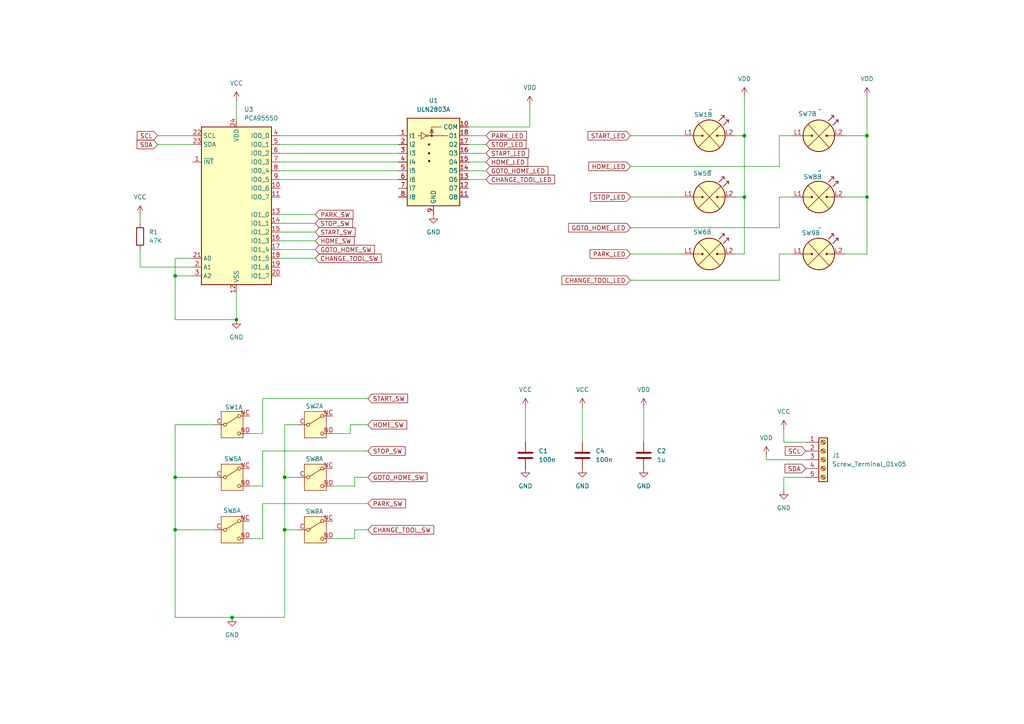
<source format=kicad_sch>
(kicad_sch
	(version 20231120)
	(generator "eeschema")
	(generator_version "8.0")
	(uuid "dce2781f-9bc2-4557-8c69-48d39e2ad8c2")
	(paper "A4")
	(lib_symbols
		(symbol "Connector:Screw_Terminal_01x05"
			(pin_names
				(offset 1.016) hide)
			(exclude_from_sim no)
			(in_bom yes)
			(on_board yes)
			(property "Reference" "J"
				(at 0 7.62 0)
				(effects
					(font
						(size 1.27 1.27)
					)
				)
			)
			(property "Value" "Screw_Terminal_01x05"
				(at 0 -7.62 0)
				(effects
					(font
						(size 1.27 1.27)
					)
				)
			)
			(property "Footprint" ""
				(at 0 0 0)
				(effects
					(font
						(size 1.27 1.27)
					)
					(hide yes)
				)
			)
			(property "Datasheet" "~"
				(at 0 0 0)
				(effects
					(font
						(size 1.27 1.27)
					)
					(hide yes)
				)
			)
			(property "Description" "Generic screw terminal, single row, 01x05, script generated (kicad-library-utils/schlib/autogen/connector/)"
				(at 0 0 0)
				(effects
					(font
						(size 1.27 1.27)
					)
					(hide yes)
				)
			)
			(property "ki_keywords" "screw terminal"
				(at 0 0 0)
				(effects
					(font
						(size 1.27 1.27)
					)
					(hide yes)
				)
			)
			(property "ki_fp_filters" "TerminalBlock*:*"
				(at 0 0 0)
				(effects
					(font
						(size 1.27 1.27)
					)
					(hide yes)
				)
			)
			(symbol "Screw_Terminal_01x05_1_1"
				(rectangle
					(start -1.27 6.35)
					(end 1.27 -6.35)
					(stroke
						(width 0.254)
						(type default)
					)
					(fill
						(type background)
					)
				)
				(circle
					(center 0 -5.08)
					(radius 0.635)
					(stroke
						(width 0.1524)
						(type default)
					)
					(fill
						(type none)
					)
				)
				(circle
					(center 0 -2.54)
					(radius 0.635)
					(stroke
						(width 0.1524)
						(type default)
					)
					(fill
						(type none)
					)
				)
				(polyline
					(pts
						(xy -0.5334 -4.7498) (xy 0.3302 -5.588)
					)
					(stroke
						(width 0.1524)
						(type default)
					)
					(fill
						(type none)
					)
				)
				(polyline
					(pts
						(xy -0.5334 -2.2098) (xy 0.3302 -3.048)
					)
					(stroke
						(width 0.1524)
						(type default)
					)
					(fill
						(type none)
					)
				)
				(polyline
					(pts
						(xy -0.5334 0.3302) (xy 0.3302 -0.508)
					)
					(stroke
						(width 0.1524)
						(type default)
					)
					(fill
						(type none)
					)
				)
				(polyline
					(pts
						(xy -0.5334 2.8702) (xy 0.3302 2.032)
					)
					(stroke
						(width 0.1524)
						(type default)
					)
					(fill
						(type none)
					)
				)
				(polyline
					(pts
						(xy -0.5334 5.4102) (xy 0.3302 4.572)
					)
					(stroke
						(width 0.1524)
						(type default)
					)
					(fill
						(type none)
					)
				)
				(polyline
					(pts
						(xy -0.3556 -4.572) (xy 0.508 -5.4102)
					)
					(stroke
						(width 0.1524)
						(type default)
					)
					(fill
						(type none)
					)
				)
				(polyline
					(pts
						(xy -0.3556 -2.032) (xy 0.508 -2.8702)
					)
					(stroke
						(width 0.1524)
						(type default)
					)
					(fill
						(type none)
					)
				)
				(polyline
					(pts
						(xy -0.3556 0.508) (xy 0.508 -0.3302)
					)
					(stroke
						(width 0.1524)
						(type default)
					)
					(fill
						(type none)
					)
				)
				(polyline
					(pts
						(xy -0.3556 3.048) (xy 0.508 2.2098)
					)
					(stroke
						(width 0.1524)
						(type default)
					)
					(fill
						(type none)
					)
				)
				(polyline
					(pts
						(xy -0.3556 5.588) (xy 0.508 4.7498)
					)
					(stroke
						(width 0.1524)
						(type default)
					)
					(fill
						(type none)
					)
				)
				(circle
					(center 0 0)
					(radius 0.635)
					(stroke
						(width 0.1524)
						(type default)
					)
					(fill
						(type none)
					)
				)
				(circle
					(center 0 2.54)
					(radius 0.635)
					(stroke
						(width 0.1524)
						(type default)
					)
					(fill
						(type none)
					)
				)
				(circle
					(center 0 5.08)
					(radius 0.635)
					(stroke
						(width 0.1524)
						(type default)
					)
					(fill
						(type none)
					)
				)
				(pin passive line
					(at -5.08 5.08 0)
					(length 3.81)
					(name "Pin_1"
						(effects
							(font
								(size 1.27 1.27)
							)
						)
					)
					(number "1"
						(effects
							(font
								(size 1.27 1.27)
							)
						)
					)
				)
				(pin passive line
					(at -5.08 2.54 0)
					(length 3.81)
					(name "Pin_2"
						(effects
							(font
								(size 1.27 1.27)
							)
						)
					)
					(number "2"
						(effects
							(font
								(size 1.27 1.27)
							)
						)
					)
				)
				(pin passive line
					(at -5.08 0 0)
					(length 3.81)
					(name "Pin_3"
						(effects
							(font
								(size 1.27 1.27)
							)
						)
					)
					(number "3"
						(effects
							(font
								(size 1.27 1.27)
							)
						)
					)
				)
				(pin passive line
					(at -5.08 -2.54 0)
					(length 3.81)
					(name "Pin_4"
						(effects
							(font
								(size 1.27 1.27)
							)
						)
					)
					(number "4"
						(effects
							(font
								(size 1.27 1.27)
							)
						)
					)
				)
				(pin passive line
					(at -5.08 -5.08 0)
					(length 3.81)
					(name "Pin_5"
						(effects
							(font
								(size 1.27 1.27)
							)
						)
					)
					(number "5"
						(effects
							(font
								(size 1.27 1.27)
							)
						)
					)
				)
			)
		)
		(symbol "Device:C"
			(pin_numbers hide)
			(pin_names
				(offset 0.254)
			)
			(exclude_from_sim no)
			(in_bom yes)
			(on_board yes)
			(property "Reference" "C"
				(at 0.635 2.54 0)
				(effects
					(font
						(size 1.27 1.27)
					)
					(justify left)
				)
			)
			(property "Value" "C"
				(at 0.635 -2.54 0)
				(effects
					(font
						(size 1.27 1.27)
					)
					(justify left)
				)
			)
			(property "Footprint" ""
				(at 0.9652 -3.81 0)
				(effects
					(font
						(size 1.27 1.27)
					)
					(hide yes)
				)
			)
			(property "Datasheet" "~"
				(at 0 0 0)
				(effects
					(font
						(size 1.27 1.27)
					)
					(hide yes)
				)
			)
			(property "Description" "Unpolarized capacitor"
				(at 0 0 0)
				(effects
					(font
						(size 1.27 1.27)
					)
					(hide yes)
				)
			)
			(property "ki_keywords" "cap capacitor"
				(at 0 0 0)
				(effects
					(font
						(size 1.27 1.27)
					)
					(hide yes)
				)
			)
			(property "ki_fp_filters" "C_*"
				(at 0 0 0)
				(effects
					(font
						(size 1.27 1.27)
					)
					(hide yes)
				)
			)
			(symbol "C_0_1"
				(polyline
					(pts
						(xy -2.032 -0.762) (xy 2.032 -0.762)
					)
					(stroke
						(width 0.508)
						(type default)
					)
					(fill
						(type none)
					)
				)
				(polyline
					(pts
						(xy -2.032 0.762) (xy 2.032 0.762)
					)
					(stroke
						(width 0.508)
						(type default)
					)
					(fill
						(type none)
					)
				)
			)
			(symbol "C_1_1"
				(pin passive line
					(at 0 3.81 270)
					(length 2.794)
					(name "~"
						(effects
							(font
								(size 1.27 1.27)
							)
						)
					)
					(number "1"
						(effects
							(font
								(size 1.27 1.27)
							)
						)
					)
				)
				(pin passive line
					(at 0 -3.81 90)
					(length 2.794)
					(name "~"
						(effects
							(font
								(size 1.27 1.27)
							)
						)
					)
					(number "2"
						(effects
							(font
								(size 1.27 1.27)
							)
						)
					)
				)
			)
		)
		(symbol "Device:R"
			(pin_numbers hide)
			(pin_names
				(offset 0)
			)
			(exclude_from_sim no)
			(in_bom yes)
			(on_board yes)
			(property "Reference" "R"
				(at 2.032 0 90)
				(effects
					(font
						(size 1.27 1.27)
					)
				)
			)
			(property "Value" "R"
				(at 0 0 90)
				(effects
					(font
						(size 1.27 1.27)
					)
				)
			)
			(property "Footprint" ""
				(at -1.778 0 90)
				(effects
					(font
						(size 1.27 1.27)
					)
					(hide yes)
				)
			)
			(property "Datasheet" "~"
				(at 0 0 0)
				(effects
					(font
						(size 1.27 1.27)
					)
					(hide yes)
				)
			)
			(property "Description" "Resistor"
				(at 0 0 0)
				(effects
					(font
						(size 1.27 1.27)
					)
					(hide yes)
				)
			)
			(property "ki_keywords" "R res resistor"
				(at 0 0 0)
				(effects
					(font
						(size 1.27 1.27)
					)
					(hide yes)
				)
			)
			(property "ki_fp_filters" "R_*"
				(at 0 0 0)
				(effects
					(font
						(size 1.27 1.27)
					)
					(hide yes)
				)
			)
			(symbol "R_0_1"
				(rectangle
					(start -1.016 -2.54)
					(end 1.016 2.54)
					(stroke
						(width 0.254)
						(type default)
					)
					(fill
						(type none)
					)
				)
			)
			(symbol "R_1_1"
				(pin passive line
					(at 0 3.81 270)
					(length 1.27)
					(name "~"
						(effects
							(font
								(size 1.27 1.27)
							)
						)
					)
					(number "1"
						(effects
							(font
								(size 1.27 1.27)
							)
						)
					)
				)
				(pin passive line
					(at 0 -3.81 90)
					(length 1.27)
					(name "~"
						(effects
							(font
								(size 1.27 1.27)
							)
						)
					)
					(number "2"
						(effects
							(font
								(size 1.27 1.27)
							)
						)
					)
				)
			)
		)
		(symbol "Interface_Expansion:PCA9555D"
			(exclude_from_sim no)
			(in_bom yes)
			(on_board yes)
			(property "Reference" "U"
				(at -8.89 24.13 0)
				(effects
					(font
						(size 1.27 1.27)
					)
				)
			)
			(property "Value" "PCA9555D"
				(at 6.35 24.13 0)
				(effects
					(font
						(size 1.27 1.27)
					)
				)
			)
			(property "Footprint" "Package_SO:SOIC-24W_7.5x15.4mm_P1.27mm"
				(at 24.13 -25.4 0)
				(effects
					(font
						(size 1.27 1.27)
					)
					(hide yes)
				)
			)
			(property "Datasheet" "https://www.nxp.com/docs/en/data-sheet/PCA9555.pdf"
				(at 0 0 0)
				(effects
					(font
						(size 1.27 1.27)
					)
					(hide yes)
				)
			)
			(property "Description" "IO expander 16 GPIO, I2C 400kHz, Interrupt, 2.3 - 5.5V, SOIC-24"
				(at 0 0 0)
				(effects
					(font
						(size 1.27 1.27)
					)
					(hide yes)
				)
			)
			(property "ki_keywords" "I2C TWI IO expander"
				(at 0 0 0)
				(effects
					(font
						(size 1.27 1.27)
					)
					(hide yes)
				)
			)
			(property "ki_fp_filters" "SOIC*7.5x15.4mm*P1.27mm*"
				(at 0 0 0)
				(effects
					(font
						(size 1.27 1.27)
					)
					(hide yes)
				)
			)
			(symbol "PCA9555D_0_1"
				(rectangle
					(start -10.16 22.86)
					(end 10.16 -22.86)
					(stroke
						(width 0.254)
						(type default)
					)
					(fill
						(type background)
					)
				)
			)
			(symbol "PCA9555D_1_1"
				(pin open_collector line
					(at -12.7 12.7 0)
					(length 2.54)
					(name "~{INT}"
						(effects
							(font
								(size 1.27 1.27)
							)
						)
					)
					(number "1"
						(effects
							(font
								(size 1.27 1.27)
							)
						)
					)
				)
				(pin bidirectional line
					(at 12.7 5.08 180)
					(length 2.54)
					(name "IO0_6"
						(effects
							(font
								(size 1.27 1.27)
							)
						)
					)
					(number "10"
						(effects
							(font
								(size 1.27 1.27)
							)
						)
					)
				)
				(pin bidirectional line
					(at 12.7 2.54 180)
					(length 2.54)
					(name "IO0_7"
						(effects
							(font
								(size 1.27 1.27)
							)
						)
					)
					(number "11"
						(effects
							(font
								(size 1.27 1.27)
							)
						)
					)
				)
				(pin power_in line
					(at 0 -25.4 90)
					(length 2.54)
					(name "VSS"
						(effects
							(font
								(size 1.27 1.27)
							)
						)
					)
					(number "12"
						(effects
							(font
								(size 1.27 1.27)
							)
						)
					)
				)
				(pin bidirectional line
					(at 12.7 -2.54 180)
					(length 2.54)
					(name "IO1_0"
						(effects
							(font
								(size 1.27 1.27)
							)
						)
					)
					(number "13"
						(effects
							(font
								(size 1.27 1.27)
							)
						)
					)
				)
				(pin bidirectional line
					(at 12.7 -5.08 180)
					(length 2.54)
					(name "IO1_1"
						(effects
							(font
								(size 1.27 1.27)
							)
						)
					)
					(number "14"
						(effects
							(font
								(size 1.27 1.27)
							)
						)
					)
				)
				(pin bidirectional line
					(at 12.7 -7.62 180)
					(length 2.54)
					(name "IO1_2"
						(effects
							(font
								(size 1.27 1.27)
							)
						)
					)
					(number "15"
						(effects
							(font
								(size 1.27 1.27)
							)
						)
					)
				)
				(pin bidirectional line
					(at 12.7 -10.16 180)
					(length 2.54)
					(name "IO1_3"
						(effects
							(font
								(size 1.27 1.27)
							)
						)
					)
					(number "16"
						(effects
							(font
								(size 1.27 1.27)
							)
						)
					)
				)
				(pin bidirectional line
					(at 12.7 -12.7 180)
					(length 2.54)
					(name "IO1_4"
						(effects
							(font
								(size 1.27 1.27)
							)
						)
					)
					(number "17"
						(effects
							(font
								(size 1.27 1.27)
							)
						)
					)
				)
				(pin bidirectional line
					(at 12.7 -15.24 180)
					(length 2.54)
					(name "IO1_5"
						(effects
							(font
								(size 1.27 1.27)
							)
						)
					)
					(number "18"
						(effects
							(font
								(size 1.27 1.27)
							)
						)
					)
				)
				(pin bidirectional line
					(at 12.7 -17.78 180)
					(length 2.54)
					(name "IO1_6"
						(effects
							(font
								(size 1.27 1.27)
							)
						)
					)
					(number "19"
						(effects
							(font
								(size 1.27 1.27)
							)
						)
					)
				)
				(pin input line
					(at -12.7 -17.78 0)
					(length 2.54)
					(name "A1"
						(effects
							(font
								(size 1.27 1.27)
							)
						)
					)
					(number "2"
						(effects
							(font
								(size 1.27 1.27)
							)
						)
					)
				)
				(pin bidirectional line
					(at 12.7 -20.32 180)
					(length 2.54)
					(name "IO1_7"
						(effects
							(font
								(size 1.27 1.27)
							)
						)
					)
					(number "20"
						(effects
							(font
								(size 1.27 1.27)
							)
						)
					)
				)
				(pin input line
					(at -12.7 -15.24 0)
					(length 2.54)
					(name "A0"
						(effects
							(font
								(size 1.27 1.27)
							)
						)
					)
					(number "21"
						(effects
							(font
								(size 1.27 1.27)
							)
						)
					)
				)
				(pin input line
					(at -12.7 20.32 0)
					(length 2.54)
					(name "SCL"
						(effects
							(font
								(size 1.27 1.27)
							)
						)
					)
					(number "22"
						(effects
							(font
								(size 1.27 1.27)
							)
						)
					)
				)
				(pin bidirectional line
					(at -12.7 17.78 0)
					(length 2.54)
					(name "SDA"
						(effects
							(font
								(size 1.27 1.27)
							)
						)
					)
					(number "23"
						(effects
							(font
								(size 1.27 1.27)
							)
						)
					)
				)
				(pin power_in line
					(at 0 25.4 270)
					(length 2.54)
					(name "VDD"
						(effects
							(font
								(size 1.27 1.27)
							)
						)
					)
					(number "24"
						(effects
							(font
								(size 1.27 1.27)
							)
						)
					)
				)
				(pin input line
					(at -12.7 -20.32 0)
					(length 2.54)
					(name "A2"
						(effects
							(font
								(size 1.27 1.27)
							)
						)
					)
					(number "3"
						(effects
							(font
								(size 1.27 1.27)
							)
						)
					)
				)
				(pin bidirectional line
					(at 12.7 20.32 180)
					(length 2.54)
					(name "IO0_0"
						(effects
							(font
								(size 1.27 1.27)
							)
						)
					)
					(number "4"
						(effects
							(font
								(size 1.27 1.27)
							)
						)
					)
				)
				(pin bidirectional line
					(at 12.7 17.78 180)
					(length 2.54)
					(name "IO0_1"
						(effects
							(font
								(size 1.27 1.27)
							)
						)
					)
					(number "5"
						(effects
							(font
								(size 1.27 1.27)
							)
						)
					)
				)
				(pin bidirectional line
					(at 12.7 15.24 180)
					(length 2.54)
					(name "IO0_2"
						(effects
							(font
								(size 1.27 1.27)
							)
						)
					)
					(number "6"
						(effects
							(font
								(size 1.27 1.27)
							)
						)
					)
				)
				(pin bidirectional line
					(at 12.7 12.7 180)
					(length 2.54)
					(name "IO0_3"
						(effects
							(font
								(size 1.27 1.27)
							)
						)
					)
					(number "7"
						(effects
							(font
								(size 1.27 1.27)
							)
						)
					)
				)
				(pin bidirectional line
					(at 12.7 10.16 180)
					(length 2.54)
					(name "IO0_4"
						(effects
							(font
								(size 1.27 1.27)
							)
						)
					)
					(number "8"
						(effects
							(font
								(size 1.27 1.27)
							)
						)
					)
				)
				(pin bidirectional line
					(at 12.7 7.62 180)
					(length 2.54)
					(name "IO0_5"
						(effects
							(font
								(size 1.27 1.27)
							)
						)
					)
					(number "9"
						(effects
							(font
								(size 1.27 1.27)
							)
						)
					)
				)
			)
		)
		(symbol "Transistor_Array:ULN2803A"
			(exclude_from_sim no)
			(in_bom yes)
			(on_board yes)
			(property "Reference" "U"
				(at 0 13.335 0)
				(effects
					(font
						(size 1.27 1.27)
					)
				)
			)
			(property "Value" "ULN2803A"
				(at 0 11.43 0)
				(effects
					(font
						(size 1.27 1.27)
					)
				)
			)
			(property "Footprint" ""
				(at 1.27 -16.51 0)
				(effects
					(font
						(size 1.27 1.27)
					)
					(justify left)
					(hide yes)
				)
			)
			(property "Datasheet" "http://www.ti.com/lit/ds/symlink/uln2803a.pdf"
				(at 2.54 -5.08 0)
				(effects
					(font
						(size 1.27 1.27)
					)
					(hide yes)
				)
			)
			(property "Description" "Darlington Transistor Arrays, SOIC18/DIP18"
				(at 0 0 0)
				(effects
					(font
						(size 1.27 1.27)
					)
					(hide yes)
				)
			)
			(property "ki_keywords" "Darlington transistor array"
				(at 0 0 0)
				(effects
					(font
						(size 1.27 1.27)
					)
					(hide yes)
				)
			)
			(property "ki_fp_filters" "DIP*W7.62mm* SOIC*7.5x11.6mm*P1.27mm*"
				(at 0 0 0)
				(effects
					(font
						(size 1.27 1.27)
					)
					(hide yes)
				)
			)
			(symbol "ULN2803A_0_1"
				(rectangle
					(start -7.62 -15.24)
					(end 7.62 10.16)
					(stroke
						(width 0.254)
						(type default)
					)
					(fill
						(type background)
					)
				)
				(circle
					(center -1.778 5.08)
					(radius 0.254)
					(stroke
						(width 0)
						(type default)
					)
					(fill
						(type none)
					)
				)
				(circle
					(center -1.27 -2.286)
					(radius 0.254)
					(stroke
						(width 0)
						(type default)
					)
					(fill
						(type outline)
					)
				)
				(circle
					(center -1.27 0)
					(radius 0.254)
					(stroke
						(width 0)
						(type default)
					)
					(fill
						(type outline)
					)
				)
				(circle
					(center -1.27 2.54)
					(radius 0.254)
					(stroke
						(width 0)
						(type default)
					)
					(fill
						(type outline)
					)
				)
				(circle
					(center -0.508 5.08)
					(radius 0.254)
					(stroke
						(width 0)
						(type default)
					)
					(fill
						(type outline)
					)
				)
				(polyline
					(pts
						(xy -4.572 5.08) (xy -3.556 5.08)
					)
					(stroke
						(width 0)
						(type default)
					)
					(fill
						(type none)
					)
				)
				(polyline
					(pts
						(xy -1.524 5.08) (xy 4.064 5.08)
					)
					(stroke
						(width 0)
						(type default)
					)
					(fill
						(type none)
					)
				)
				(polyline
					(pts
						(xy 0 6.731) (xy -1.016 6.731)
					)
					(stroke
						(width 0)
						(type default)
					)
					(fill
						(type none)
					)
				)
				(polyline
					(pts
						(xy -0.508 5.08) (xy -0.508 7.62) (xy 2.286 7.62)
					)
					(stroke
						(width 0)
						(type default)
					)
					(fill
						(type none)
					)
				)
				(polyline
					(pts
						(xy -3.556 6.096) (xy -3.556 4.064) (xy -2.032 5.08) (xy -3.556 6.096)
					)
					(stroke
						(width 0)
						(type default)
					)
					(fill
						(type none)
					)
				)
				(polyline
					(pts
						(xy 0 5.969) (xy -1.016 5.969) (xy -0.508 6.731) (xy 0 5.969)
					)
					(stroke
						(width 0)
						(type default)
					)
					(fill
						(type none)
					)
				)
			)
			(symbol "ULN2803A_1_1"
				(pin input line
					(at -10.16 5.08 0)
					(length 2.54)
					(name "I1"
						(effects
							(font
								(size 1.27 1.27)
							)
						)
					)
					(number "1"
						(effects
							(font
								(size 1.27 1.27)
							)
						)
					)
				)
				(pin passive line
					(at 10.16 7.62 180)
					(length 2.54)
					(name "COM"
						(effects
							(font
								(size 1.27 1.27)
							)
						)
					)
					(number "10"
						(effects
							(font
								(size 1.27 1.27)
							)
						)
					)
				)
				(pin open_collector line
					(at 10.16 -12.7 180)
					(length 2.54)
					(name "O8"
						(effects
							(font
								(size 1.27 1.27)
							)
						)
					)
					(number "11"
						(effects
							(font
								(size 1.27 1.27)
							)
						)
					)
				)
				(pin open_collector line
					(at 10.16 -10.16 180)
					(length 2.54)
					(name "O7"
						(effects
							(font
								(size 1.27 1.27)
							)
						)
					)
					(number "12"
						(effects
							(font
								(size 1.27 1.27)
							)
						)
					)
				)
				(pin open_collector line
					(at 10.16 -7.62 180)
					(length 2.54)
					(name "O6"
						(effects
							(font
								(size 1.27 1.27)
							)
						)
					)
					(number "13"
						(effects
							(font
								(size 1.27 1.27)
							)
						)
					)
				)
				(pin open_collector line
					(at 10.16 -5.08 180)
					(length 2.54)
					(name "O5"
						(effects
							(font
								(size 1.27 1.27)
							)
						)
					)
					(number "14"
						(effects
							(font
								(size 1.27 1.27)
							)
						)
					)
				)
				(pin open_collector line
					(at 10.16 -2.54 180)
					(length 2.54)
					(name "O4"
						(effects
							(font
								(size 1.27 1.27)
							)
						)
					)
					(number "15"
						(effects
							(font
								(size 1.27 1.27)
							)
						)
					)
				)
				(pin open_collector line
					(at 10.16 0 180)
					(length 2.54)
					(name "O3"
						(effects
							(font
								(size 1.27 1.27)
							)
						)
					)
					(number "16"
						(effects
							(font
								(size 1.27 1.27)
							)
						)
					)
				)
				(pin open_collector line
					(at 10.16 2.54 180)
					(length 2.54)
					(name "O2"
						(effects
							(font
								(size 1.27 1.27)
							)
						)
					)
					(number "17"
						(effects
							(font
								(size 1.27 1.27)
							)
						)
					)
				)
				(pin open_collector line
					(at 10.16 5.08 180)
					(length 2.54)
					(name "O1"
						(effects
							(font
								(size 1.27 1.27)
							)
						)
					)
					(number "18"
						(effects
							(font
								(size 1.27 1.27)
							)
						)
					)
				)
				(pin input line
					(at -10.16 2.54 0)
					(length 2.54)
					(name "I2"
						(effects
							(font
								(size 1.27 1.27)
							)
						)
					)
					(number "2"
						(effects
							(font
								(size 1.27 1.27)
							)
						)
					)
				)
				(pin input line
					(at -10.16 0 0)
					(length 2.54)
					(name "I3"
						(effects
							(font
								(size 1.27 1.27)
							)
						)
					)
					(number "3"
						(effects
							(font
								(size 1.27 1.27)
							)
						)
					)
				)
				(pin input line
					(at -10.16 -2.54 0)
					(length 2.54)
					(name "I4"
						(effects
							(font
								(size 1.27 1.27)
							)
						)
					)
					(number "4"
						(effects
							(font
								(size 1.27 1.27)
							)
						)
					)
				)
				(pin input line
					(at -10.16 -5.08 0)
					(length 2.54)
					(name "I5"
						(effects
							(font
								(size 1.27 1.27)
							)
						)
					)
					(number "5"
						(effects
							(font
								(size 1.27 1.27)
							)
						)
					)
				)
				(pin input line
					(at -10.16 -7.62 0)
					(length 2.54)
					(name "I6"
						(effects
							(font
								(size 1.27 1.27)
							)
						)
					)
					(number "6"
						(effects
							(font
								(size 1.27 1.27)
							)
						)
					)
				)
				(pin input line
					(at -10.16 -10.16 0)
					(length 2.54)
					(name "I7"
						(effects
							(font
								(size 1.27 1.27)
							)
						)
					)
					(number "7"
						(effects
							(font
								(size 1.27 1.27)
							)
						)
					)
				)
				(pin input line
					(at -10.16 -12.7 0)
					(length 2.54)
					(name "I8"
						(effects
							(font
								(size 1.27 1.27)
							)
						)
					)
					(number "8"
						(effects
							(font
								(size 1.27 1.27)
							)
						)
					)
				)
				(pin power_in line
					(at 0 -17.78 90)
					(length 2.54)
					(name "GND"
						(effects
							(font
								(size 1.27 1.27)
							)
						)
					)
					(number "9"
						(effects
							(font
								(size 1.27 1.27)
							)
						)
					)
				)
			)
		)
		(symbol "power:GND"
			(power)
			(pin_numbers hide)
			(pin_names
				(offset 0) hide)
			(exclude_from_sim no)
			(in_bom yes)
			(on_board yes)
			(property "Reference" "#PWR"
				(at 0 -6.35 0)
				(effects
					(font
						(size 1.27 1.27)
					)
					(hide yes)
				)
			)
			(property "Value" "GND"
				(at 0 -3.81 0)
				(effects
					(font
						(size 1.27 1.27)
					)
				)
			)
			(property "Footprint" ""
				(at 0 0 0)
				(effects
					(font
						(size 1.27 1.27)
					)
					(hide yes)
				)
			)
			(property "Datasheet" ""
				(at 0 0 0)
				(effects
					(font
						(size 1.27 1.27)
					)
					(hide yes)
				)
			)
			(property "Description" "Power symbol creates a global label with name \"GND\" , ground"
				(at 0 0 0)
				(effects
					(font
						(size 1.27 1.27)
					)
					(hide yes)
				)
			)
			(property "ki_keywords" "global power"
				(at 0 0 0)
				(effects
					(font
						(size 1.27 1.27)
					)
					(hide yes)
				)
			)
			(symbol "GND_0_1"
				(polyline
					(pts
						(xy 0 0) (xy 0 -1.27) (xy 1.27 -1.27) (xy 0 -2.54) (xy -1.27 -1.27) (xy 0 -1.27)
					)
					(stroke
						(width 0)
						(type default)
					)
					(fill
						(type none)
					)
				)
			)
			(symbol "GND_1_1"
				(pin power_in line
					(at 0 0 270)
					(length 0)
					(name "~"
						(effects
							(font
								(size 1.27 1.27)
							)
						)
					)
					(number "1"
						(effects
							(font
								(size 1.27 1.27)
							)
						)
					)
				)
			)
		)
		(symbol "power:VCC"
			(power)
			(pin_numbers hide)
			(pin_names
				(offset 0) hide)
			(exclude_from_sim no)
			(in_bom yes)
			(on_board yes)
			(property "Reference" "#PWR"
				(at 0 -3.81 0)
				(effects
					(font
						(size 1.27 1.27)
					)
					(hide yes)
				)
			)
			(property "Value" "VCC"
				(at 0 3.556 0)
				(effects
					(font
						(size 1.27 1.27)
					)
				)
			)
			(property "Footprint" ""
				(at 0 0 0)
				(effects
					(font
						(size 1.27 1.27)
					)
					(hide yes)
				)
			)
			(property "Datasheet" ""
				(at 0 0 0)
				(effects
					(font
						(size 1.27 1.27)
					)
					(hide yes)
				)
			)
			(property "Description" "Power symbol creates a global label with name \"VCC\""
				(at 0 0 0)
				(effects
					(font
						(size 1.27 1.27)
					)
					(hide yes)
				)
			)
			(property "ki_keywords" "global power"
				(at 0 0 0)
				(effects
					(font
						(size 1.27 1.27)
					)
					(hide yes)
				)
			)
			(symbol "VCC_0_1"
				(polyline
					(pts
						(xy -0.762 1.27) (xy 0 2.54)
					)
					(stroke
						(width 0)
						(type default)
					)
					(fill
						(type none)
					)
				)
				(polyline
					(pts
						(xy 0 0) (xy 0 2.54)
					)
					(stroke
						(width 0)
						(type default)
					)
					(fill
						(type none)
					)
				)
				(polyline
					(pts
						(xy 0 2.54) (xy 0.762 1.27)
					)
					(stroke
						(width 0)
						(type default)
					)
					(fill
						(type none)
					)
				)
			)
			(symbol "VCC_1_1"
				(pin power_in line
					(at 0 0 90)
					(length 0)
					(name "~"
						(effects
							(font
								(size 1.27 1.27)
							)
						)
					)
					(number "1"
						(effects
							(font
								(size 1.27 1.27)
							)
						)
					)
				)
			)
		)
		(symbol "power:VDD"
			(power)
			(pin_numbers hide)
			(pin_names
				(offset 0) hide)
			(exclude_from_sim no)
			(in_bom yes)
			(on_board yes)
			(property "Reference" "#PWR"
				(at 0 -3.81 0)
				(effects
					(font
						(size 1.27 1.27)
					)
					(hide yes)
				)
			)
			(property "Value" "VDD"
				(at 0 3.556 0)
				(effects
					(font
						(size 1.27 1.27)
					)
				)
			)
			(property "Footprint" ""
				(at 0 0 0)
				(effects
					(font
						(size 1.27 1.27)
					)
					(hide yes)
				)
			)
			(property "Datasheet" ""
				(at 0 0 0)
				(effects
					(font
						(size 1.27 1.27)
					)
					(hide yes)
				)
			)
			(property "Description" "Power symbol creates a global label with name \"VDD\""
				(at 0 0 0)
				(effects
					(font
						(size 1.27 1.27)
					)
					(hide yes)
				)
			)
			(property "ki_keywords" "global power"
				(at 0 0 0)
				(effects
					(font
						(size 1.27 1.27)
					)
					(hide yes)
				)
			)
			(symbol "VDD_0_1"
				(polyline
					(pts
						(xy -0.762 1.27) (xy 0 2.54)
					)
					(stroke
						(width 0)
						(type default)
					)
					(fill
						(type none)
					)
				)
				(polyline
					(pts
						(xy 0 0) (xy 0 2.54)
					)
					(stroke
						(width 0)
						(type default)
					)
					(fill
						(type none)
					)
				)
				(polyline
					(pts
						(xy 0 2.54) (xy 0.762 1.27)
					)
					(stroke
						(width 0)
						(type default)
					)
					(fill
						(type none)
					)
				)
			)
			(symbol "VDD_1_1"
				(pin power_in line
					(at 0 0 90)
					(length 0)
					(name "~"
						(effects
							(font
								(size 1.27 1.27)
							)
						)
					)
					(number "1"
						(effects
							(font
								(size 1.27 1.27)
							)
						)
					)
				)
			)
		)
		(symbol "switches:PUSH_SPDT_LED"
			(pin_names hide)
			(exclude_from_sim no)
			(in_bom yes)
			(on_board yes)
			(property "Reference" "SW"
				(at 0 0 0)
				(effects
					(font
						(size 1.27 1.27)
					)
				)
			)
			(property "Value" ""
				(at 0 0 0)
				(effects
					(font
						(size 1.27 1.27)
					)
				)
			)
			(property "Footprint" "cnc:PUSH_STDP_LED"
				(at 0 0 0)
				(effects
					(font
						(size 1.27 1.27)
					)
					(hide yes)
				)
			)
			(property "Datasheet" ""
				(at 0 0 0)
				(effects
					(font
						(size 1.27 1.27)
					)
					(hide yes)
				)
			)
			(property "Description" ""
				(at 0 0 0)
				(effects
					(font
						(size 1.27 1.27)
					)
					(hide yes)
				)
			)
			(property "ki_locked" ""
				(at 0 0 0)
				(effects
					(font
						(size 1.27 1.27)
					)
				)
			)
			(symbol "PUSH_SPDT_LED_1_1"
				(rectangle
					(start -3.175 -1.27)
					(end 3.175 -8.89)
					(stroke
						(width 0)
						(type default)
					)
					(fill
						(type background)
					)
				)
				(circle
					(center -2.032 -5.08)
					(radius 0.4572)
					(stroke
						(width 0)
						(type default)
					)
					(fill
						(type none)
					)
				)
				(polyline
					(pts
						(xy -1.651 -4.826) (xy 1.651 -2.794)
					)
					(stroke
						(width 0)
						(type default)
					)
					(fill
						(type none)
					)
				)
				(circle
					(center 2.032 -7.62)
					(radius 0.4572)
					(stroke
						(width 0)
						(type default)
					)
					(fill
						(type none)
					)
				)
				(circle
					(center 2.032 -2.54)
					(radius 0.4572)
					(stroke
						(width 0)
						(type default)
					)
					(fill
						(type none)
					)
				)
				(pin passive line
					(at -5.08 -5.08 0)
					(length 2.54)
					(name "C"
						(effects
							(font
								(size 1.27 1.27)
							)
						)
					)
					(number "C"
						(effects
							(font
								(size 1.27 1.27)
							)
						)
					)
				)
				(pin passive line
					(at 5.08 -2.54 180)
					(length 2.54)
					(name "NC"
						(effects
							(font
								(size 1.27 1.27)
							)
						)
					)
					(number "NC"
						(effects
							(font
								(size 1.27 1.27)
							)
						)
					)
				)
				(pin passive line
					(at 5.08 -7.62 180)
					(length 2.54)
					(name "NO"
						(effects
							(font
								(size 1.27 1.27)
							)
						)
					)
					(number "NO"
						(effects
							(font
								(size 1.27 1.27)
							)
						)
					)
				)
			)
			(symbol "PUSH_SPDT_LED_2_1"
				(circle
					(center -2.032 -6.35)
					(radius 0.254)
					(stroke
						(width 0)
						(type default)
					)
					(fill
						(type outline)
					)
				)
				(circle
					(center 0 -6.35)
					(radius 4.572)
					(stroke
						(width 0.254)
						(type default)
					)
					(fill
						(type background)
					)
				)
				(polyline
					(pts
						(xy -5.08 -6.35) (xy -2.54 -6.35)
					)
					(stroke
						(width 0)
						(type default)
					)
					(fill
						(type none)
					)
				)
				(polyline
					(pts
						(xy -3.1157 -3.0103) (xy 3.0076 -9.746)
					)
					(stroke
						(width 0)
						(type default)
					)
					(fill
						(type none)
					)
				)
				(polyline
					(pts
						(xy 3.3678 -3.1692) (xy -3.1977 -9.6158)
					)
					(stroke
						(width 0)
						(type default)
					)
					(fill
						(type none)
					)
				)
				(polyline
					(pts
						(xy 4.064 -6.35) (xy 2.286 -6.35)
					)
					(stroke
						(width 0)
						(type default)
					)
					(fill
						(type outline)
					)
				)
				(polyline
					(pts
						(xy 4.318 -0.508) (xy 4.318 -1.27)
					)
					(stroke
						(width 0.2032)
						(type default)
					)
					(fill
						(type none)
					)
				)
				(polyline
					(pts
						(xy 5.588 -1.778) (xy 5.588 -2.54)
					)
					(stroke
						(width 0.2032)
						(type default)
					)
					(fill
						(type none)
					)
				)
				(polyline
					(pts
						(xy 2.794 -2.032) (xy 4.318 -0.508) (xy 3.556 -0.508)
					)
					(stroke
						(width 0.2032)
						(type default)
					)
					(fill
						(type none)
					)
				)
				(polyline
					(pts
						(xy 4.064 -3.302) (xy 5.588 -1.778) (xy 4.826 -1.778)
					)
					(stroke
						(width 0.2032)
						(type default)
					)
					(fill
						(type none)
					)
				)
				(circle
					(center 2.286 -6.35)
					(radius 0.254)
					(stroke
						(width 0)
						(type default)
					)
					(fill
						(type outline)
					)
				)
				(pin input line
					(at -7.62 -6.35 0)
					(length 3.048)
					(name "AK"
						(effects
							(font
								(size 1.27 1.27)
							)
						)
					)
					(number "L1"
						(effects
							(font
								(size 1.27 1.27)
							)
						)
					)
				)
				(pin input line
					(at 7.62 -6.35 180)
					(length 3.81)
					(name "KA"
						(effects
							(font
								(size 1.27 1.27)
							)
						)
					)
					(number "L2"
						(effects
							(font
								(size 1.27 1.27)
							)
						)
					)
				)
			)
		)
	)
	(junction
		(at 82.55 138.43)
		(diameter 0)
		(color 0 0 0 0)
		(uuid "32fd3b95-a8bf-4ee6-bb1b-d1afacd0932d")
	)
	(junction
		(at 50.8 80.01)
		(diameter 0)
		(color 0 0 0 0)
		(uuid "4d1c5e04-56b3-4436-8f80-d241c7e9782f")
	)
	(junction
		(at 215.9 57.15)
		(diameter 0)
		(color 0 0 0 0)
		(uuid "4d5f917b-9855-49d7-af5d-a1eee9f0d358")
	)
	(junction
		(at 68.58 92.71)
		(diameter 0)
		(color 0 0 0 0)
		(uuid "5322a84f-dd1f-419c-a46d-9fcd471834d8")
	)
	(junction
		(at 251.46 39.37)
		(diameter 0)
		(color 0 0 0 0)
		(uuid "80e9299f-73bb-4a33-b955-bdd7b6c51e78")
	)
	(junction
		(at 251.46 57.15)
		(diameter 0)
		(color 0 0 0 0)
		(uuid "8afea0c2-c45c-4817-bca3-f5db448ba810")
	)
	(junction
		(at 50.8 138.43)
		(diameter 0)
		(color 0 0 0 0)
		(uuid "8e23fd06-0a61-439a-8656-067e628eea96")
	)
	(junction
		(at 215.9 39.37)
		(diameter 0)
		(color 0 0 0 0)
		(uuid "b9d428fa-07e6-42c7-a4c9-2ac2a9c7a810")
	)
	(junction
		(at 50.8 153.67)
		(diameter 0)
		(color 0 0 0 0)
		(uuid "e7be268d-6474-4b5c-be61-3f6fde46cf1f")
	)
	(junction
		(at 82.55 153.67)
		(diameter 0)
		(color 0 0 0 0)
		(uuid "e7efa35d-a379-41a8-bdf2-58dade9d3605")
	)
	(junction
		(at 67.31 179.07)
		(diameter 0)
		(color 0 0 0 0)
		(uuid "efb26615-7ed4-4415-88d8-4bd38db3c655")
	)
	(wire
		(pts
			(xy 68.58 29.21) (xy 68.58 34.29)
		)
		(stroke
			(width 0)
			(type default)
		)
		(uuid "00ebae34-d296-43b2-8de3-158f08b2e6a4")
	)
	(wire
		(pts
			(xy 81.28 44.45) (xy 115.57 44.45)
		)
		(stroke
			(width 0)
			(type default)
		)
		(uuid "05fe3bb1-0d03-4656-b079-34993d2ee949")
	)
	(wire
		(pts
			(xy 245.11 39.37) (xy 251.46 39.37)
		)
		(stroke
			(width 0)
			(type default)
		)
		(uuid "06a92b3e-6430-4a40-bdf2-49e92aa098a8")
	)
	(wire
		(pts
			(xy 40.64 72.39) (xy 40.64 77.47)
		)
		(stroke
			(width 0)
			(type default)
		)
		(uuid "0d44ee20-523e-4b51-86f9-4ad8f390bd99")
	)
	(wire
		(pts
			(xy 91.44 67.31) (xy 81.28 67.31)
		)
		(stroke
			(width 0)
			(type default)
		)
		(uuid "1172d06b-31f7-45fb-978e-19fdd14ae5ef")
	)
	(wire
		(pts
			(xy 140.97 49.53) (xy 135.89 49.53)
		)
		(stroke
			(width 0)
			(type default)
		)
		(uuid "1452784e-cee4-4dfd-9a71-65bdf339e017")
	)
	(wire
		(pts
			(xy 245.11 57.15) (xy 251.46 57.15)
		)
		(stroke
			(width 0)
			(type default)
		)
		(uuid "1507a19b-c671-411d-b173-f204791fa72b")
	)
	(wire
		(pts
			(xy 102.87 153.67) (xy 102.87 156.21)
		)
		(stroke
			(width 0)
			(type default)
		)
		(uuid "190ec73b-bead-48a8-b3b3-9588c4913248")
	)
	(wire
		(pts
			(xy 251.46 27.94) (xy 251.46 39.37)
		)
		(stroke
			(width 0)
			(type default)
		)
		(uuid "19a03f51-551d-448e-bee0-c39b26af245e")
	)
	(wire
		(pts
			(xy 106.68 130.81) (xy 76.2 130.81)
		)
		(stroke
			(width 0)
			(type default)
		)
		(uuid "1bd2215c-a38b-441a-8a32-92d998a71e87")
	)
	(wire
		(pts
			(xy 67.31 179.07) (xy 50.8 179.07)
		)
		(stroke
			(width 0)
			(type default)
		)
		(uuid "1c73fa86-9d10-4356-b93e-ac170a7bcfd3")
	)
	(wire
		(pts
			(xy 222.25 133.35) (xy 233.68 133.35)
		)
		(stroke
			(width 0)
			(type default)
		)
		(uuid "21947693-2c64-47fb-bac1-d43b1580270a")
	)
	(wire
		(pts
			(xy 140.97 46.99) (xy 135.89 46.99)
		)
		(stroke
			(width 0)
			(type default)
		)
		(uuid "23600b11-16ef-4b1a-905e-c20fc625f26e")
	)
	(wire
		(pts
			(xy 182.88 66.04) (xy 226.06 66.04)
		)
		(stroke
			(width 0)
			(type default)
		)
		(uuid "25cb205c-44ca-4020-a0ae-a447569e5c4c")
	)
	(wire
		(pts
			(xy 62.23 123.19) (xy 50.8 123.19)
		)
		(stroke
			(width 0)
			(type default)
		)
		(uuid "2a185390-5d7f-4ad4-a9f7-6dd7284c1093")
	)
	(wire
		(pts
			(xy 226.06 39.37) (xy 229.87 39.37)
		)
		(stroke
			(width 0)
			(type default)
		)
		(uuid "2dfffa04-b094-4323-9531-ace58bba7e4e")
	)
	(wire
		(pts
			(xy 227.33 128.27) (xy 233.68 128.27)
		)
		(stroke
			(width 0)
			(type default)
		)
		(uuid "2e192d98-cd86-4dfd-9f9e-25691b151b8f")
	)
	(wire
		(pts
			(xy 45.72 39.37) (xy 55.88 39.37)
		)
		(stroke
			(width 0)
			(type default)
		)
		(uuid "3184a657-1ad0-4ea2-b2b3-56f06bc8b5af")
	)
	(wire
		(pts
			(xy 229.87 57.15) (xy 226.06 57.15)
		)
		(stroke
			(width 0)
			(type default)
		)
		(uuid "31d5d598-ee6c-448a-9c7b-cedf59806610")
	)
	(wire
		(pts
			(xy 251.46 57.15) (xy 251.46 73.66)
		)
		(stroke
			(width 0)
			(type default)
		)
		(uuid "327e9f31-3c18-44a7-9efb-f6e8f13b6566")
	)
	(wire
		(pts
			(xy 50.8 92.71) (xy 68.58 92.71)
		)
		(stroke
			(width 0)
			(type default)
		)
		(uuid "32ecd600-8f01-4b19-a4de-47cc60d43903")
	)
	(wire
		(pts
			(xy 106.68 146.05) (xy 76.2 146.05)
		)
		(stroke
			(width 0)
			(type default)
		)
		(uuid "36e24ca5-de63-4a1c-8762-266f9d3aa5d1")
	)
	(wire
		(pts
			(xy 76.2 130.81) (xy 76.2 140.97)
		)
		(stroke
			(width 0)
			(type default)
		)
		(uuid "383ecbc9-1f77-4a1c-a24c-1522840da1c7")
	)
	(wire
		(pts
			(xy 245.11 73.66) (xy 251.46 73.66)
		)
		(stroke
			(width 0)
			(type default)
		)
		(uuid "3bba7bbe-72a8-4319-9d33-1668c810a266")
	)
	(wire
		(pts
			(xy 76.2 140.97) (xy 72.39 140.97)
		)
		(stroke
			(width 0)
			(type default)
		)
		(uuid "3f30ff47-3088-493c-a754-60b1a96c352f")
	)
	(wire
		(pts
			(xy 182.88 57.15) (xy 198.12 57.15)
		)
		(stroke
			(width 0)
			(type default)
		)
		(uuid "4050c94b-4fd7-48ba-b8e4-d6bd210d3232")
	)
	(wire
		(pts
			(xy 55.88 74.93) (xy 50.8 74.93)
		)
		(stroke
			(width 0)
			(type default)
		)
		(uuid "41db3321-ca03-49d2-bba5-064458a47e49")
	)
	(wire
		(pts
			(xy 251.46 39.37) (xy 251.46 57.15)
		)
		(stroke
			(width 0)
			(type default)
		)
		(uuid "42b9fb1f-54d1-483f-92e8-f7134676a8fa")
	)
	(wire
		(pts
			(xy 106.68 153.67) (xy 102.87 153.67)
		)
		(stroke
			(width 0)
			(type default)
		)
		(uuid "45857838-b240-469c-a46c-b33275f97ced")
	)
	(wire
		(pts
			(xy 101.6 125.73) (xy 101.6 123.19)
		)
		(stroke
			(width 0)
			(type default)
		)
		(uuid "45e6ab39-d09c-42d1-a02e-836bd19787df")
	)
	(wire
		(pts
			(xy 226.06 39.37) (xy 226.06 48.26)
		)
		(stroke
			(width 0)
			(type default)
		)
		(uuid "4b4cf700-6de2-42d6-a9ac-6bf1ec49a9d1")
	)
	(wire
		(pts
			(xy 81.28 46.99) (xy 115.57 46.99)
		)
		(stroke
			(width 0)
			(type default)
		)
		(uuid "4f376800-4f33-4b0a-9ff2-7a8e64426b22")
	)
	(wire
		(pts
			(xy 101.6 123.19) (xy 106.68 123.19)
		)
		(stroke
			(width 0)
			(type default)
		)
		(uuid "52e00005-1035-48c4-839f-44f693269769")
	)
	(wire
		(pts
			(xy 135.89 36.83) (xy 153.67 36.83)
		)
		(stroke
			(width 0)
			(type default)
		)
		(uuid "54004f95-983a-46f9-8adb-733971bc65bb")
	)
	(wire
		(pts
			(xy 82.55 179.07) (xy 67.31 179.07)
		)
		(stroke
			(width 0)
			(type default)
		)
		(uuid "5481a42c-b3bc-45e5-8426-266b8b653087")
	)
	(wire
		(pts
			(xy 227.33 142.24) (xy 227.33 138.43)
		)
		(stroke
			(width 0)
			(type default)
		)
		(uuid "5783c80d-a863-49a4-8991-4c9b1a825196")
	)
	(wire
		(pts
			(xy 50.8 138.43) (xy 62.23 138.43)
		)
		(stroke
			(width 0)
			(type default)
		)
		(uuid "625feaf2-5f36-453a-b5c4-212b46448412")
	)
	(wire
		(pts
			(xy 152.4 118.11) (xy 152.4 128.27)
		)
		(stroke
			(width 0)
			(type default)
		)
		(uuid "6a7cba74-e81b-4b85-8957-cd666e2c843b")
	)
	(wire
		(pts
			(xy 50.8 138.43) (xy 50.8 153.67)
		)
		(stroke
			(width 0)
			(type default)
		)
		(uuid "6d31ce8c-de67-465e-9ff6-c56c44e77ab4")
	)
	(wire
		(pts
			(xy 91.44 72.39) (xy 81.28 72.39)
		)
		(stroke
			(width 0)
			(type default)
		)
		(uuid "6e65ee9c-84ab-4778-8915-61e63bd08756")
	)
	(wire
		(pts
			(xy 40.64 62.23) (xy 40.64 64.77)
		)
		(stroke
			(width 0)
			(type default)
		)
		(uuid "6fa704b9-0af1-4988-9c4d-abe3914c521a")
	)
	(wire
		(pts
			(xy 215.9 57.15) (xy 215.9 73.66)
		)
		(stroke
			(width 0)
			(type default)
		)
		(uuid "7206c3f6-a052-4bfc-b4c8-c22e9a8894dd")
	)
	(wire
		(pts
			(xy 81.28 52.07) (xy 115.57 52.07)
		)
		(stroke
			(width 0)
			(type default)
		)
		(uuid "73325c94-3af7-4703-909c-8d38c1d11b23")
	)
	(wire
		(pts
			(xy 215.9 39.37) (xy 215.9 57.15)
		)
		(stroke
			(width 0)
			(type default)
		)
		(uuid "77e35bf1-e220-441d-be21-d97806cc1ddd")
	)
	(wire
		(pts
			(xy 81.28 41.91) (xy 115.57 41.91)
		)
		(stroke
			(width 0)
			(type default)
		)
		(uuid "788c5dfd-7b20-433d-a806-b92c6713d1b1")
	)
	(wire
		(pts
			(xy 82.55 123.19) (xy 82.55 138.43)
		)
		(stroke
			(width 0)
			(type default)
		)
		(uuid "7960d7a7-9afa-45ff-99fc-829d5dcb2894")
	)
	(wire
		(pts
			(xy 140.97 41.91) (xy 135.89 41.91)
		)
		(stroke
			(width 0)
			(type default)
		)
		(uuid "7afaec84-5a28-4be3-816d-0a869f7a7663")
	)
	(wire
		(pts
			(xy 81.28 39.37) (xy 115.57 39.37)
		)
		(stroke
			(width 0)
			(type default)
		)
		(uuid "7fbc708d-3bec-4e38-af3e-a532ee7fe746")
	)
	(wire
		(pts
			(xy 182.88 73.66) (xy 198.12 73.66)
		)
		(stroke
			(width 0)
			(type default)
		)
		(uuid "86b2eaa4-89ab-4978-bf85-9b62e922bc1a")
	)
	(wire
		(pts
			(xy 182.88 81.28) (xy 226.06 81.28)
		)
		(stroke
			(width 0)
			(type default)
		)
		(uuid "86bed3b1-9e64-4457-b80c-fb0f27d43b8e")
	)
	(wire
		(pts
			(xy 140.97 39.37) (xy 135.89 39.37)
		)
		(stroke
			(width 0)
			(type default)
		)
		(uuid "8dd07d24-7439-49b9-84d8-1c533b2abaad")
	)
	(wire
		(pts
			(xy 82.55 138.43) (xy 82.55 153.67)
		)
		(stroke
			(width 0)
			(type default)
		)
		(uuid "8e2a3fde-510e-4849-a332-a3eee3951f56")
	)
	(wire
		(pts
			(xy 153.67 30.48) (xy 153.67 36.83)
		)
		(stroke
			(width 0)
			(type default)
		)
		(uuid "90f33947-61d7-4e82-bdaa-148ca21eb0ce")
	)
	(wire
		(pts
			(xy 227.33 124.46) (xy 227.33 128.27)
		)
		(stroke
			(width 0)
			(type default)
		)
		(uuid "911558aa-4823-4e55-bcc7-d84703e56beb")
	)
	(wire
		(pts
			(xy 226.06 57.15) (xy 226.06 66.04)
		)
		(stroke
			(width 0)
			(type default)
		)
		(uuid "99710606-843c-4961-b6d2-ea24cd117850")
	)
	(wire
		(pts
			(xy 50.8 80.01) (xy 55.88 80.01)
		)
		(stroke
			(width 0)
			(type default)
		)
		(uuid "9d6dbbdb-bdda-43db-9627-a92e30924c20")
	)
	(wire
		(pts
			(xy 82.55 153.67) (xy 82.55 179.07)
		)
		(stroke
			(width 0)
			(type default)
		)
		(uuid "9f1c58b0-f2e6-415b-83ac-9cae1960f1c8")
	)
	(wire
		(pts
			(xy 91.44 62.23) (xy 81.28 62.23)
		)
		(stroke
			(width 0)
			(type default)
		)
		(uuid "a1c2cee3-c3fc-47d0-a418-14fdfc7c4ef1")
	)
	(wire
		(pts
			(xy 102.87 138.43) (xy 102.87 140.97)
		)
		(stroke
			(width 0)
			(type default)
		)
		(uuid "a52698e3-e456-4876-ba2d-9e3f1a1a76a9")
	)
	(wire
		(pts
			(xy 182.88 48.26) (xy 226.06 48.26)
		)
		(stroke
			(width 0)
			(type default)
		)
		(uuid "a9fa5fd9-c0e5-4204-b9c7-2d52c836de06")
	)
	(wire
		(pts
			(xy 50.8 74.93) (xy 50.8 80.01)
		)
		(stroke
			(width 0)
			(type default)
		)
		(uuid "aa94df3f-ffe9-4644-8eda-9ad8b6ff8be3")
	)
	(wire
		(pts
			(xy 45.72 41.91) (xy 55.88 41.91)
		)
		(stroke
			(width 0)
			(type default)
		)
		(uuid "b4043062-46c6-4d0a-8e89-de3b0d8ca0e6")
	)
	(wire
		(pts
			(xy 76.2 156.21) (xy 72.39 156.21)
		)
		(stroke
			(width 0)
			(type default)
		)
		(uuid "b40dfb46-457a-486b-8d5e-a3f45b744be7")
	)
	(wire
		(pts
			(xy 106.68 138.43) (xy 102.87 138.43)
		)
		(stroke
			(width 0)
			(type default)
		)
		(uuid "b4b06f25-7c9d-49d3-ba0d-035f0b0be9da")
	)
	(wire
		(pts
			(xy 140.97 52.07) (xy 135.89 52.07)
		)
		(stroke
			(width 0)
			(type default)
		)
		(uuid "b4bb085b-393a-49aa-a43e-71cff652178e")
	)
	(wire
		(pts
			(xy 140.97 44.45) (xy 135.89 44.45)
		)
		(stroke
			(width 0)
			(type default)
		)
		(uuid "b581b760-1f30-41bf-b83c-9c6f2c7c3f68")
	)
	(wire
		(pts
			(xy 102.87 156.21) (xy 96.52 156.21)
		)
		(stroke
			(width 0)
			(type default)
		)
		(uuid "bd25640a-2705-4130-8fc0-3def98a179ec")
	)
	(wire
		(pts
			(xy 68.58 92.71) (xy 68.58 85.09)
		)
		(stroke
			(width 0)
			(type default)
		)
		(uuid "bd259f47-2b8a-4a18-ad09-184becf3c0f2")
	)
	(wire
		(pts
			(xy 215.9 39.37) (xy 213.36 39.37)
		)
		(stroke
			(width 0)
			(type default)
		)
		(uuid "bf16cf12-9294-41f8-9318-bc3a82ff39f2")
	)
	(wire
		(pts
			(xy 76.2 125.73) (xy 76.2 115.57)
		)
		(stroke
			(width 0)
			(type default)
		)
		(uuid "c1304ce4-1aa9-4b1d-8e7c-a329a2221278")
	)
	(wire
		(pts
			(xy 76.2 115.57) (xy 106.68 115.57)
		)
		(stroke
			(width 0)
			(type default)
		)
		(uuid "c643eeda-b855-499c-9fe4-864144a8426d")
	)
	(wire
		(pts
			(xy 50.8 80.01) (xy 50.8 92.71)
		)
		(stroke
			(width 0)
			(type default)
		)
		(uuid "c7cce601-f61a-4274-b724-216c753e082b")
	)
	(wire
		(pts
			(xy 226.06 73.66) (xy 229.87 73.66)
		)
		(stroke
			(width 0)
			(type default)
		)
		(uuid "c9206100-71e5-4024-87b1-26993b8843b6")
	)
	(wire
		(pts
			(xy 96.52 125.73) (xy 101.6 125.73)
		)
		(stroke
			(width 0)
			(type default)
		)
		(uuid "c97fdeac-425e-4b12-b7f4-e6ee6bfdf5af")
	)
	(wire
		(pts
			(xy 82.55 123.19) (xy 86.36 123.19)
		)
		(stroke
			(width 0)
			(type default)
		)
		(uuid "ca0e5ed2-abe8-4838-9ff0-ca648f5b266d")
	)
	(wire
		(pts
			(xy 182.88 39.37) (xy 198.12 39.37)
		)
		(stroke
			(width 0)
			(type default)
		)
		(uuid "ca7d35c0-8836-47ab-9084-6ddb8cf071f8")
	)
	(wire
		(pts
			(xy 227.33 138.43) (xy 233.68 138.43)
		)
		(stroke
			(width 0)
			(type default)
		)
		(uuid "ccd931ea-999f-42a5-8892-f9ccee68535e")
	)
	(wire
		(pts
			(xy 82.55 138.43) (xy 86.36 138.43)
		)
		(stroke
			(width 0)
			(type default)
		)
		(uuid "ceb1e995-38e3-4a32-adb9-3e278fb28664")
	)
	(wire
		(pts
			(xy 91.44 74.93) (xy 81.28 74.93)
		)
		(stroke
			(width 0)
			(type default)
		)
		(uuid "ceed38b3-6511-46f8-81fa-8f53519a94e7")
	)
	(wire
		(pts
			(xy 186.69 118.11) (xy 186.69 128.27)
		)
		(stroke
			(width 0)
			(type default)
		)
		(uuid "d0b9cedc-5ef9-4b84-9162-64a70b36a5ca")
	)
	(wire
		(pts
			(xy 168.91 118.11) (xy 168.91 128.27)
		)
		(stroke
			(width 0)
			(type default)
		)
		(uuid "d10ef3b2-61b5-493e-8c77-6f5d62837fa4")
	)
	(wire
		(pts
			(xy 226.06 81.28) (xy 226.06 73.66)
		)
		(stroke
			(width 0)
			(type default)
		)
		(uuid "d431cf51-9a1d-47e4-8581-f834d79e6f21")
	)
	(wire
		(pts
			(xy 50.8 153.67) (xy 62.23 153.67)
		)
		(stroke
			(width 0)
			(type default)
		)
		(uuid "d57477af-727e-4e0c-b2d5-adacde92d56a")
	)
	(wire
		(pts
			(xy 215.9 27.94) (xy 215.9 39.37)
		)
		(stroke
			(width 0)
			(type default)
		)
		(uuid "d704d846-308d-41f6-a898-2a309d15926e")
	)
	(wire
		(pts
			(xy 222.25 132.08) (xy 222.25 133.35)
		)
		(stroke
			(width 0)
			(type default)
		)
		(uuid "dc742c47-29bc-48f4-9dcb-0a5dac36976e")
	)
	(wire
		(pts
			(xy 50.8 123.19) (xy 50.8 138.43)
		)
		(stroke
			(width 0)
			(type default)
		)
		(uuid "dcb5f217-1151-452d-ab37-a540d913a950")
	)
	(wire
		(pts
			(xy 91.44 69.85) (xy 81.28 69.85)
		)
		(stroke
			(width 0)
			(type default)
		)
		(uuid "dd542347-1d59-40c2-9413-216406bf64d9")
	)
	(wire
		(pts
			(xy 72.39 125.73) (xy 76.2 125.73)
		)
		(stroke
			(width 0)
			(type default)
		)
		(uuid "dda95026-5dd6-4e73-8f59-388468c20a15")
	)
	(wire
		(pts
			(xy 213.36 57.15) (xy 215.9 57.15)
		)
		(stroke
			(width 0)
			(type default)
		)
		(uuid "df8bdf3e-60cb-4e89-bad2-bb70a3c985e3")
	)
	(wire
		(pts
			(xy 102.87 140.97) (xy 96.52 140.97)
		)
		(stroke
			(width 0)
			(type default)
		)
		(uuid "e2fdfb60-42db-443b-96e4-4ce12743001c")
	)
	(wire
		(pts
			(xy 213.36 73.66) (xy 215.9 73.66)
		)
		(stroke
			(width 0)
			(type default)
		)
		(uuid "e91546e9-96a7-45e9-8cee-b1d001aec794")
	)
	(wire
		(pts
			(xy 40.64 77.47) (xy 55.88 77.47)
		)
		(stroke
			(width 0)
			(type default)
		)
		(uuid "ebc3eb77-31a8-4452-bb88-b36834764eb1")
	)
	(wire
		(pts
			(xy 76.2 146.05) (xy 76.2 156.21)
		)
		(stroke
			(width 0)
			(type default)
		)
		(uuid "ec60e0c0-62c2-4193-85c0-d437db22c0cf")
	)
	(wire
		(pts
			(xy 50.8 153.67) (xy 50.8 179.07)
		)
		(stroke
			(width 0)
			(type default)
		)
		(uuid "f0beb53c-1ef2-4c15-a14e-72e686558fe6")
	)
	(wire
		(pts
			(xy 91.44 64.77) (xy 81.28 64.77)
		)
		(stroke
			(width 0)
			(type default)
		)
		(uuid "f32bccc2-b4a9-49b2-9c7b-9aab45c9b937")
	)
	(wire
		(pts
			(xy 81.28 49.53) (xy 115.57 49.53)
		)
		(stroke
			(width 0)
			(type default)
		)
		(uuid "f72d027e-9a34-450a-b78b-1768006f4223")
	)
	(wire
		(pts
			(xy 82.55 153.67) (xy 86.36 153.67)
		)
		(stroke
			(width 0)
			(type default)
		)
		(uuid "f7ddac99-f25d-407e-9c29-5f72f5b9abe3")
	)
	(global_label "PARK_SW"
		(shape input)
		(at 91.44 62.23 0)
		(fields_autoplaced yes)
		(effects
			(font
				(size 1.27 1.27)
			)
			(justify left)
		)
		(uuid "02824421-6242-4af1-a429-e7b4b1ac9503")
		(property "Intersheetrefs" "${INTERSHEET_REFS}"
			(at 102.9523 62.23 0)
			(effects
				(font
					(size 1.27 1.27)
				)
				(justify left)
				(hide yes)
			)
		)
	)
	(global_label "STOP_LED"
		(shape input)
		(at 140.97 41.91 0)
		(fields_autoplaced yes)
		(effects
			(font
				(size 1.27 1.27)
			)
			(justify left)
		)
		(uuid "05499bb3-25fe-4af0-a348-1be1bf17fe0d")
		(property "Intersheetrefs" "${INTERSHEET_REFS}"
			(at 153.1475 41.91 0)
			(effects
				(font
					(size 1.27 1.27)
				)
				(justify left)
				(hide yes)
			)
		)
	)
	(global_label "STOP_SW"
		(shape input)
		(at 91.44 64.77 0)
		(fields_autoplaced yes)
		(effects
			(font
				(size 1.27 1.27)
			)
			(justify left)
		)
		(uuid "055620b1-ab2d-4fa5-a614-fbe9377f4070")
		(property "Intersheetrefs" "${INTERSHEET_REFS}"
			(at 102.8313 64.77 0)
			(effects
				(font
					(size 1.27 1.27)
				)
				(justify left)
				(hide yes)
			)
		)
	)
	(global_label "CHANGE_TOOL_LED"
		(shape input)
		(at 182.88 81.28 180)
		(fields_autoplaced yes)
		(effects
			(font
				(size 1.27 1.27)
			)
			(justify right)
		)
		(uuid "0ba43ca1-c5a0-4762-a3b7-2113cd37f627")
		(property "Intersheetrefs" "${INTERSHEET_REFS}"
			(at 162.4172 81.28 0)
			(effects
				(font
					(size 1.27 1.27)
				)
				(justify right)
				(hide yes)
			)
		)
	)
	(global_label "GOTO_HOME_SW"
		(shape input)
		(at 91.44 72.39 0)
		(fields_autoplaced yes)
		(effects
			(font
				(size 1.27 1.27)
			)
			(justify left)
		)
		(uuid "121a15eb-92e3-42e4-97a5-bef1867b4f7e")
		(property "Intersheetrefs" "${INTERSHEET_REFS}"
			(at 109.1813 72.39 0)
			(effects
				(font
					(size 1.27 1.27)
				)
				(justify left)
				(hide yes)
			)
		)
	)
	(global_label "PARK_LED"
		(shape input)
		(at 182.88 73.66 180)
		(fields_autoplaced yes)
		(effects
			(font
				(size 1.27 1.27)
			)
			(justify right)
		)
		(uuid "1f73004c-0f40-4be0-a903-7e5c38d06fe8")
		(property "Intersheetrefs" "${INTERSHEET_REFS}"
			(at 170.5815 73.66 0)
			(effects
				(font
					(size 1.27 1.27)
				)
				(justify right)
				(hide yes)
			)
		)
	)
	(global_label "GOTO_HOME_SW"
		(shape input)
		(at 106.68 138.43 0)
		(fields_autoplaced yes)
		(effects
			(font
				(size 1.27 1.27)
			)
			(justify left)
		)
		(uuid "2c3f061c-9692-4f45-819e-7423e9f4f50c")
		(property "Intersheetrefs" "${INTERSHEET_REFS}"
			(at 124.4213 138.43 0)
			(effects
				(font
					(size 1.27 1.27)
				)
				(justify left)
				(hide yes)
			)
		)
	)
	(global_label "HOME_SW"
		(shape input)
		(at 106.68 123.19 0)
		(fields_autoplaced yes)
		(effects
			(font
				(size 1.27 1.27)
			)
			(justify left)
		)
		(uuid "2e897148-3200-48a0-87a1-465ff640334e")
		(property "Intersheetrefs" "${INTERSHEET_REFS}"
			(at 118.5551 123.19 0)
			(effects
				(font
					(size 1.27 1.27)
				)
				(justify left)
				(hide yes)
			)
		)
	)
	(global_label "SDA"
		(shape input)
		(at 233.68 135.89 180)
		(fields_autoplaced yes)
		(effects
			(font
				(size 1.27 1.27)
			)
			(justify right)
		)
		(uuid "31305655-9a83-4f07-a4e7-cedb731bd20a")
		(property "Intersheetrefs" "${INTERSHEET_REFS}"
			(at 227.1267 135.89 0)
			(effects
				(font
					(size 1.27 1.27)
				)
				(justify right)
				(hide yes)
			)
		)
	)
	(global_label "CHANGE_TOOL_SW"
		(shape input)
		(at 106.68 153.67 0)
		(fields_autoplaced yes)
		(effects
			(font
				(size 1.27 1.27)
			)
			(justify left)
		)
		(uuid "33fd0f38-c92f-480e-b9af-6b993925266f")
		(property "Intersheetrefs" "${INTERSHEET_REFS}"
			(at 126.3566 153.67 0)
			(effects
				(font
					(size 1.27 1.27)
				)
				(justify left)
				(hide yes)
			)
		)
	)
	(global_label "START_SW"
		(shape input)
		(at 106.68 115.57 0)
		(fields_autoplaced yes)
		(effects
			(font
				(size 1.27 1.27)
			)
			(justify left)
		)
		(uuid "42d10288-f72c-4596-8d6f-73055f622d56")
		(property "Intersheetrefs" "${INTERSHEET_REFS}"
			(at 118.797 115.57 0)
			(effects
				(font
					(size 1.27 1.27)
				)
				(justify left)
				(hide yes)
			)
		)
	)
	(global_label "SDA"
		(shape input)
		(at 45.72 41.91 180)
		(fields_autoplaced yes)
		(effects
			(font
				(size 1.27 1.27)
			)
			(justify right)
		)
		(uuid "4a8c3269-7bcd-4e0f-b30b-a878e4421c86")
		(property "Intersheetrefs" "${INTERSHEET_REFS}"
			(at 39.1667 41.91 0)
			(effects
				(font
					(size 1.27 1.27)
				)
				(justify right)
				(hide yes)
			)
		)
	)
	(global_label "STOP_SW"
		(shape input)
		(at 106.68 130.81 0)
		(fields_autoplaced yes)
		(effects
			(font
				(size 1.27 1.27)
			)
			(justify left)
		)
		(uuid "4e7974a7-7f8a-4ce8-8821-780a67ccf61e")
		(property "Intersheetrefs" "${INTERSHEET_REFS}"
			(at 118.0713 130.81 0)
			(effects
				(font
					(size 1.27 1.27)
				)
				(justify left)
				(hide yes)
			)
		)
	)
	(global_label "GOTO_HOME_LED"
		(shape input)
		(at 182.88 66.04 180)
		(fields_autoplaced yes)
		(effects
			(font
				(size 1.27 1.27)
			)
			(justify right)
		)
		(uuid "64e4d2f3-07a3-476d-b0a8-62990b752d71")
		(property "Intersheetrefs" "${INTERSHEET_REFS}"
			(at 164.3525 66.04 0)
			(effects
				(font
					(size 1.27 1.27)
				)
				(justify right)
				(hide yes)
			)
		)
	)
	(global_label "CHANGE_TOOL_SW"
		(shape input)
		(at 91.44 74.93 0)
		(fields_autoplaced yes)
		(effects
			(font
				(size 1.27 1.27)
			)
			(justify left)
		)
		(uuid "720fc2b5-84f0-419d-9801-d4067a17992d")
		(property "Intersheetrefs" "${INTERSHEET_REFS}"
			(at 111.1166 74.93 0)
			(effects
				(font
					(size 1.27 1.27)
				)
				(justify left)
				(hide yes)
			)
		)
	)
	(global_label "HOME_LED"
		(shape input)
		(at 140.97 46.99 0)
		(fields_autoplaced yes)
		(effects
			(font
				(size 1.27 1.27)
			)
			(justify left)
		)
		(uuid "783b5885-c7b4-487f-b53b-9e749057e916")
		(property "Intersheetrefs" "${INTERSHEET_REFS}"
			(at 153.6313 46.99 0)
			(effects
				(font
					(size 1.27 1.27)
				)
				(justify left)
				(hide yes)
			)
		)
	)
	(global_label "CHANGE_TOOL_LED"
		(shape input)
		(at 140.97 52.07 0)
		(fields_autoplaced yes)
		(effects
			(font
				(size 1.27 1.27)
			)
			(justify left)
		)
		(uuid "7eca6172-626a-4bf3-91e3-46140016d359")
		(property "Intersheetrefs" "${INTERSHEET_REFS}"
			(at 161.4328 52.07 0)
			(effects
				(font
					(size 1.27 1.27)
				)
				(justify left)
				(hide yes)
			)
		)
	)
	(global_label "STOP_LED"
		(shape input)
		(at 182.88 57.15 180)
		(fields_autoplaced yes)
		(effects
			(font
				(size 1.27 1.27)
			)
			(justify right)
		)
		(uuid "7fc2b249-af7b-4d98-8c5d-ad3626d22b10")
		(property "Intersheetrefs" "${INTERSHEET_REFS}"
			(at 170.7025 57.15 0)
			(effects
				(font
					(size 1.27 1.27)
				)
				(justify right)
				(hide yes)
			)
		)
	)
	(global_label "GOTO_HOME_LED"
		(shape input)
		(at 140.97 49.53 0)
		(fields_autoplaced yes)
		(effects
			(font
				(size 1.27 1.27)
			)
			(justify left)
		)
		(uuid "950f2593-6c1f-4f5c-852f-277249252c50")
		(property "Intersheetrefs" "${INTERSHEET_REFS}"
			(at 159.4975 49.53 0)
			(effects
				(font
					(size 1.27 1.27)
				)
				(justify left)
				(hide yes)
			)
		)
	)
	(global_label "HOME_LED"
		(shape input)
		(at 182.88 48.26 180)
		(fields_autoplaced yes)
		(effects
			(font
				(size 1.27 1.27)
			)
			(justify right)
		)
		(uuid "a02e45bc-cc76-44de-8be8-61d5dfbf55c3")
		(property "Intersheetrefs" "${INTERSHEET_REFS}"
			(at 170.2187 48.26 0)
			(effects
				(font
					(size 1.27 1.27)
				)
				(justify right)
				(hide yes)
			)
		)
	)
	(global_label "START_LED"
		(shape input)
		(at 140.97 44.45 0)
		(fields_autoplaced yes)
		(effects
			(font
				(size 1.27 1.27)
			)
			(justify left)
		)
		(uuid "bb6f29d8-96c2-4fde-b11c-17909f706827")
		(property "Intersheetrefs" "${INTERSHEET_REFS}"
			(at 153.8732 44.45 0)
			(effects
				(font
					(size 1.27 1.27)
				)
				(justify left)
				(hide yes)
			)
		)
	)
	(global_label "PARK_LED"
		(shape input)
		(at 140.97 39.37 0)
		(fields_autoplaced yes)
		(effects
			(font
				(size 1.27 1.27)
			)
			(justify left)
		)
		(uuid "bf2a7ee7-5df6-42d9-9d82-7b99dcb7301f")
		(property "Intersheetrefs" "${INTERSHEET_REFS}"
			(at 153.2685 39.37 0)
			(effects
				(font
					(size 1.27 1.27)
				)
				(justify left)
				(hide yes)
			)
		)
	)
	(global_label "SCL"
		(shape input)
		(at 45.72 39.37 180)
		(fields_autoplaced yes)
		(effects
			(font
				(size 1.27 1.27)
			)
			(justify right)
		)
		(uuid "c281799d-bda1-4f66-bf40-5fbcb076aff2")
		(property "Intersheetrefs" "${INTERSHEET_REFS}"
			(at 39.2272 39.37 0)
			(effects
				(font
					(size 1.27 1.27)
				)
				(justify right)
				(hide yes)
			)
		)
	)
	(global_label "PARK_SW"
		(shape input)
		(at 106.68 146.05 0)
		(fields_autoplaced yes)
		(effects
			(font
				(size 1.27 1.27)
			)
			(justify left)
		)
		(uuid "ce894eb7-c053-4591-9fb3-c3f3b4ea1e36")
		(property "Intersheetrefs" "${INTERSHEET_REFS}"
			(at 118.1923 146.05 0)
			(effects
				(font
					(size 1.27 1.27)
				)
				(justify left)
				(hide yes)
			)
		)
	)
	(global_label "HOME_SW"
		(shape input)
		(at 91.44 69.85 0)
		(fields_autoplaced yes)
		(effects
			(font
				(size 1.27 1.27)
			)
			(justify left)
		)
		(uuid "d3a8fc7b-0da6-4a02-ae5c-80faf69407e6")
		(property "Intersheetrefs" "${INTERSHEET_REFS}"
			(at 103.3151 69.85 0)
			(effects
				(font
					(size 1.27 1.27)
				)
				(justify left)
				(hide yes)
			)
		)
	)
	(global_label "SCL"
		(shape input)
		(at 233.68 130.81 180)
		(fields_autoplaced yes)
		(effects
			(font
				(size 1.27 1.27)
			)
			(justify right)
		)
		(uuid "eb710ebd-0b64-4ee0-8feb-6a7967cb41ab")
		(property "Intersheetrefs" "${INTERSHEET_REFS}"
			(at 227.1872 130.81 0)
			(effects
				(font
					(size 1.27 1.27)
				)
				(justify right)
				(hide yes)
			)
		)
	)
	(global_label "START_LED"
		(shape input)
		(at 182.88 39.37 180)
		(fields_autoplaced yes)
		(effects
			(font
				(size 1.27 1.27)
			)
			(justify right)
		)
		(uuid "ecc8e1de-f6ca-49c5-a58c-4fd9fe6c8f5f")
		(property "Intersheetrefs" "${INTERSHEET_REFS}"
			(at 169.9768 39.37 0)
			(effects
				(font
					(size 1.27 1.27)
				)
				(justify right)
				(hide yes)
			)
		)
	)
	(global_label "START_SW"
		(shape input)
		(at 91.44 67.31 0)
		(fields_autoplaced yes)
		(effects
			(font
				(size 1.27 1.27)
			)
			(justify left)
		)
		(uuid "fce12f76-8823-41bc-9019-04d464b2b66d")
		(property "Intersheetrefs" "${INTERSHEET_REFS}"
			(at 103.557 67.31 0)
			(effects
				(font
					(size 1.27 1.27)
				)
				(justify left)
				(hide yes)
			)
		)
	)
	(symbol
		(lib_id "switches:PUSH_SPDT_LED")
		(at 237.49 33.02 0)
		(unit 2)
		(exclude_from_sim no)
		(in_bom yes)
		(on_board yes)
		(dnp no)
		(uuid "056933ce-8cfb-4fdd-9a41-56b2fd64e412")
		(property "Reference" "SW7"
			(at 234.188 33.02 0)
			(effects
				(font
					(size 1.27 1.27)
				)
			)
		)
		(property "Value" "~"
			(at 237.7948 31.75 0)
			(effects
				(font
					(size 1.27 1.27)
				)
			)
		)
		(property "Footprint" "cnc:PUSH_STDP_LED"
			(at 237.49 33.02 0)
			(effects
				(font
					(size 1.27 1.27)
				)
				(hide yes)
			)
		)
		(property "Datasheet" ""
			(at 237.49 33.02 0)
			(effects
				(font
					(size 1.27 1.27)
				)
				(hide yes)
			)
		)
		(property "Description" ""
			(at 237.49 33.02 0)
			(effects
				(font
					(size 1.27 1.27)
				)
				(hide yes)
			)
		)
		(pin "C"
			(uuid "b1087500-d424-4fe6-8428-aa4cecd2c773")
		)
		(pin "NO"
			(uuid "954679a3-cbe3-4cb8-8ef8-588d9bf63e31")
		)
		(pin "L1"
			(uuid "ca4b01a1-3ba6-40b2-b24d-086e91e95f0a")
		)
		(pin "NC"
			(uuid "1849c50c-695e-49d7-b675-8d2fbb84958f")
		)
		(pin "L2"
			(uuid "6d89f0f1-e59b-4487-bb38-23b842eeb434")
		)
		(instances
			(project ""
				(path "/dce2781f-9bc2-4557-8c69-48d39e2ad8c2"
					(reference "SW7")
					(unit 2)
				)
			)
		)
	)
	(symbol
		(lib_id "switches:PUSH_SPDT_LED")
		(at 205.74 50.8 0)
		(unit 2)
		(exclude_from_sim no)
		(in_bom yes)
		(on_board yes)
		(dnp no)
		(uuid "082cd07e-3acd-49c7-a61e-927e7791a6b0")
		(property "Reference" "SW5"
			(at 203.708 50.292 0)
			(effects
				(font
					(size 1.27 1.27)
				)
			)
		)
		(property "Value" "~"
			(at 206.0448 49.53 0)
			(effects
				(font
					(size 1.27 1.27)
				)
			)
		)
		(property "Footprint" "cnc:PUSH_STDP_LED"
			(at 205.74 50.8 0)
			(effects
				(font
					(size 1.27 1.27)
				)
				(hide yes)
			)
		)
		(property "Datasheet" ""
			(at 205.74 50.8 0)
			(effects
				(font
					(size 1.27 1.27)
				)
				(hide yes)
			)
		)
		(property "Description" ""
			(at 205.74 50.8 0)
			(effects
				(font
					(size 1.27 1.27)
				)
				(hide yes)
			)
		)
		(pin "L2"
			(uuid "a8d564fe-634d-4d7e-8b2d-778407b2096e")
		)
		(pin "NC"
			(uuid "1c5bc6a6-e9ee-404a-ad72-23bdd7b80736")
		)
		(pin "L1"
			(uuid "8f56bd6b-8b35-4e72-bdfd-39b772e2f3e3")
		)
		(pin "C"
			(uuid "998ce749-7128-47de-b677-e77e176bb6a7")
		)
		(pin "NO"
			(uuid "bf8c564d-f6ba-4090-87fd-a6654ee29365")
		)
		(instances
			(project ""
				(path "/dce2781f-9bc2-4557-8c69-48d39e2ad8c2"
					(reference "SW5")
					(unit 2)
				)
			)
		)
	)
	(symbol
		(lib_id "power:VCC")
		(at 168.91 118.11 0)
		(unit 1)
		(exclude_from_sim no)
		(in_bom yes)
		(on_board yes)
		(dnp no)
		(fields_autoplaced yes)
		(uuid "13e3c309-90c2-4f62-8762-2b56b73d6084")
		(property "Reference" "#PWR011"
			(at 168.91 121.92 0)
			(effects
				(font
					(size 1.27 1.27)
				)
				(hide yes)
			)
		)
		(property "Value" "VCC"
			(at 168.91 113.03 0)
			(effects
				(font
					(size 1.27 1.27)
				)
			)
		)
		(property "Footprint" ""
			(at 168.91 118.11 0)
			(effects
				(font
					(size 1.27 1.27)
				)
				(hide yes)
			)
		)
		(property "Datasheet" ""
			(at 168.91 118.11 0)
			(effects
				(font
					(size 1.27 1.27)
				)
				(hide yes)
			)
		)
		(property "Description" "Power symbol creates a global label with name \"VCC\""
			(at 168.91 118.11 0)
			(effects
				(font
					(size 1.27 1.27)
				)
				(hide yes)
			)
		)
		(pin "1"
			(uuid "ac180626-f4e4-4fc0-97d3-d36ae7690075")
		)
		(instances
			(project "console_db25"
				(path "/dce2781f-9bc2-4557-8c69-48d39e2ad8c2"
					(reference "#PWR011")
					(unit 1)
				)
			)
		)
	)
	(symbol
		(lib_id "switches:PUSH_SPDT_LED")
		(at 237.49 50.8 0)
		(unit 2)
		(exclude_from_sim no)
		(in_bom yes)
		(on_board yes)
		(dnp no)
		(uuid "1bbd55f0-824a-4307-bf5a-87309cbdaa0f")
		(property "Reference" "SW8"
			(at 235.712 51.308 0)
			(effects
				(font
					(size 1.27 1.27)
				)
			)
		)
		(property "Value" "~"
			(at 237.7948 49.53 0)
			(effects
				(font
					(size 1.27 1.27)
				)
			)
		)
		(property "Footprint" "cnc:PUSH_STDP_LED"
			(at 237.49 50.8 0)
			(effects
				(font
					(size 1.27 1.27)
				)
				(hide yes)
			)
		)
		(property "Datasheet" ""
			(at 237.49 50.8 0)
			(effects
				(font
					(size 1.27 1.27)
				)
				(hide yes)
			)
		)
		(property "Description" ""
			(at 237.49 50.8 0)
			(effects
				(font
					(size 1.27 1.27)
				)
				(hide yes)
			)
		)
		(pin "NC"
			(uuid "ce9ba2af-97e9-448d-9c0c-031f2d09aa25")
		)
		(pin "C"
			(uuid "4d8de805-cd59-4546-97a3-87aa19c3c5b7")
		)
		(pin "NO"
			(uuid "960f331c-626f-47b2-8c36-19cab62a32c1")
		)
		(pin "L1"
			(uuid "7d9f183c-de5d-4cd5-8cf4-69069f4ea12a")
		)
		(pin "L2"
			(uuid "e67af007-7141-4f2d-b65d-0ea02f8e7aeb")
		)
		(instances
			(project ""
				(path "/dce2781f-9bc2-4557-8c69-48d39e2ad8c2"
					(reference "SW8")
					(unit 2)
				)
			)
		)
	)
	(symbol
		(lib_id "switches:PUSH_SPDT_LED")
		(at 91.44 148.59 0)
		(unit 1)
		(exclude_from_sim no)
		(in_bom yes)
		(on_board yes)
		(dnp no)
		(uuid "1dd50952-e134-4b05-9d88-77a824cfc097")
		(property "Reference" "SW9"
			(at 91.186 148.336 0)
			(effects
				(font
					(size 1.27 1.27)
				)
			)
		)
		(property "Value" "~"
			(at 91.44 148.59 0)
			(effects
				(font
					(size 1.27 1.27)
				)
			)
		)
		(property "Footprint" "cnc:PUSH_STDP_LED"
			(at 91.44 148.59 0)
			(effects
				(font
					(size 1.27 1.27)
				)
				(hide yes)
			)
		)
		(property "Datasheet" ""
			(at 91.44 148.59 0)
			(effects
				(font
					(size 1.27 1.27)
				)
				(hide yes)
			)
		)
		(property "Description" ""
			(at 91.44 148.59 0)
			(effects
				(font
					(size 1.27 1.27)
				)
				(hide yes)
			)
		)
		(pin "L2"
			(uuid "b393a322-cc40-45d6-8061-20e762353383")
		)
		(pin "NC"
			(uuid "4f251358-c859-44ca-97dd-74ad2f3d2864")
		)
		(pin "C"
			(uuid "465d9b21-2c5b-40a4-959e-7ce4b30654de")
		)
		(pin "NO"
			(uuid "eafa1558-a210-42cc-ba32-25213727537f")
		)
		(pin "L1"
			(uuid "8d90aed3-5b5e-4742-a327-de5c8bea99ab")
		)
		(instances
			(project ""
				(path "/dce2781f-9bc2-4557-8c69-48d39e2ad8c2"
					(reference "SW9")
					(unit 1)
				)
			)
		)
	)
	(symbol
		(lib_id "Transistor_Array:ULN2803A")
		(at 125.73 44.45 0)
		(unit 1)
		(exclude_from_sim no)
		(in_bom yes)
		(on_board yes)
		(dnp no)
		(fields_autoplaced yes)
		(uuid "1eefcec6-de39-421a-8aa9-6f0b1fd280f0")
		(property "Reference" "U1"
			(at 125.73 29.21 0)
			(effects
				(font
					(size 1.27 1.27)
				)
			)
		)
		(property "Value" "ULN2803A"
			(at 125.73 31.75 0)
			(effects
				(font
					(size 1.27 1.27)
				)
			)
		)
		(property "Footprint" "Package_DIP:DIP-20_W7.62mm_LongPads"
			(at 127 60.96 0)
			(effects
				(font
					(size 1.27 1.27)
				)
				(justify left)
				(hide yes)
			)
		)
		(property "Datasheet" "http://www.ti.com/lit/ds/symlink/uln2803a.pdf"
			(at 128.27 49.53 0)
			(effects
				(font
					(size 1.27 1.27)
				)
				(hide yes)
			)
		)
		(property "Description" "Darlington Transistor Arrays, SOIC18/DIP18"
			(at 125.73 44.45 0)
			(effects
				(font
					(size 1.27 1.27)
				)
				(hide yes)
			)
		)
		(pin "12"
			(uuid "c7c26e68-5cd2-4de6-b972-e39efc973026")
		)
		(pin "10"
			(uuid "af9f6eed-4e6e-4885-b893-7bfdd8f6617e")
		)
		(pin "9"
			(uuid "7ed8238a-dbdf-449e-8bc6-28941a2898d3")
		)
		(pin "11"
			(uuid "fce56209-011d-4c06-9e1c-7bf134f3f473")
		)
		(pin "15"
			(uuid "ab256be2-192a-42e6-8830-13dee656e425")
		)
		(pin "2"
			(uuid "2695d857-d227-4fc3-8abc-909e6dfde514")
		)
		(pin "18"
			(uuid "0652f010-e93c-4d8f-9460-28aab8e9f2ca")
		)
		(pin "7"
			(uuid "45211489-68aa-40ae-92b6-ba69fbff11c8")
		)
		(pin "16"
			(uuid "f6ee8a73-2620-4d2f-b59e-18af235042a4")
		)
		(pin "3"
			(uuid "074b1525-06d1-4f2c-935a-f6a86b3e4542")
		)
		(pin "5"
			(uuid "51ca5dc2-a368-41f2-8200-2d3ae34ba887")
		)
		(pin "14"
			(uuid "4087c159-5328-4dcb-8ae4-ccba4142e1d9")
		)
		(pin "17"
			(uuid "82edb48b-702a-443d-88be-3b02859f8a15")
		)
		(pin "1"
			(uuid "c7843d7b-df0d-4599-b00c-498ba5df3519")
		)
		(pin "8"
			(uuid "28255663-53ac-476d-8853-244acad79874")
		)
		(pin "13"
			(uuid "3df5350d-ad2a-42c4-8b86-53d989e4e908")
		)
		(pin "4"
			(uuid "c9d2d8d6-1dbb-4aa6-a30e-7656c6fae77e")
		)
		(pin "6"
			(uuid "8ea1be39-8126-4f2a-8efc-29f7f856603a")
		)
		(instances
			(project ""
				(path "/dce2781f-9bc2-4557-8c69-48d39e2ad8c2"
					(reference "U1")
					(unit 1)
				)
			)
		)
	)
	(symbol
		(lib_id "power:GND")
		(at 125.73 62.23 0)
		(unit 1)
		(exclude_from_sim no)
		(in_bom yes)
		(on_board yes)
		(dnp no)
		(fields_autoplaced yes)
		(uuid "28c2544c-085b-445b-b35e-4fcb47499e8c")
		(property "Reference" "#PWR014"
			(at 125.73 68.58 0)
			(effects
				(font
					(size 1.27 1.27)
				)
				(hide yes)
			)
		)
		(property "Value" "GND"
			(at 125.73 67.31 0)
			(effects
				(font
					(size 1.27 1.27)
				)
			)
		)
		(property "Footprint" ""
			(at 125.73 62.23 0)
			(effects
				(font
					(size 1.27 1.27)
				)
				(hide yes)
			)
		)
		(property "Datasheet" ""
			(at 125.73 62.23 0)
			(effects
				(font
					(size 1.27 1.27)
				)
				(hide yes)
			)
		)
		(property "Description" "Power symbol creates a global label with name \"GND\" , ground"
			(at 125.73 62.23 0)
			(effects
				(font
					(size 1.27 1.27)
				)
				(hide yes)
			)
		)
		(pin "1"
			(uuid "92f06ad1-4dc6-4ed4-b44a-2caace884a88")
		)
		(instances
			(project "console_left"
				(path "/dce2781f-9bc2-4557-8c69-48d39e2ad8c2"
					(reference "#PWR014")
					(unit 1)
				)
			)
		)
	)
	(symbol
		(lib_id "power:VDD")
		(at 222.25 132.08 0)
		(unit 1)
		(exclude_from_sim no)
		(in_bom yes)
		(on_board yes)
		(dnp no)
		(fields_autoplaced yes)
		(uuid "46972c64-00c4-49c9-8000-3d78a02c615a")
		(property "Reference" "#PWR05"
			(at 222.25 135.89 0)
			(effects
				(font
					(size 1.27 1.27)
				)
				(hide yes)
			)
		)
		(property "Value" "VDD"
			(at 222.25 127 0)
			(effects
				(font
					(size 1.27 1.27)
				)
			)
		)
		(property "Footprint" ""
			(at 222.25 132.08 0)
			(effects
				(font
					(size 1.27 1.27)
				)
				(hide yes)
			)
		)
		(property "Datasheet" ""
			(at 222.25 132.08 0)
			(effects
				(font
					(size 1.27 1.27)
				)
				(hide yes)
			)
		)
		(property "Description" "Power symbol creates a global label with name \"VDD\""
			(at 222.25 132.08 0)
			(effects
				(font
					(size 1.27 1.27)
				)
				(hide yes)
			)
		)
		(pin "1"
			(uuid "228d5121-9653-428d-a62c-81596f683b12")
		)
		(instances
			(project "console_left"
				(path "/dce2781f-9bc2-4557-8c69-48d39e2ad8c2"
					(reference "#PWR05")
					(unit 1)
				)
			)
		)
	)
	(symbol
		(lib_id "Device:R")
		(at 40.64 68.58 0)
		(unit 1)
		(exclude_from_sim no)
		(in_bom yes)
		(on_board yes)
		(dnp no)
		(fields_autoplaced yes)
		(uuid "470e52f1-43a4-42c0-bdc2-be3fe2886db4")
		(property "Reference" "R1"
			(at 43.18 67.3099 0)
			(effects
				(font
					(size 1.27 1.27)
				)
				(justify left)
			)
		)
		(property "Value" "47K"
			(at 43.18 69.8499 0)
			(effects
				(font
					(size 1.27 1.27)
				)
				(justify left)
			)
		)
		(property "Footprint" "Resistor_SMD:R_1206_3216Metric_Pad1.30x1.75mm_HandSolder"
			(at 38.862 68.58 90)
			(effects
				(font
					(size 1.27 1.27)
				)
				(hide yes)
			)
		)
		(property "Datasheet" "~"
			(at 40.64 68.58 0)
			(effects
				(font
					(size 1.27 1.27)
				)
				(hide yes)
			)
		)
		(property "Description" "Resistor"
			(at 40.64 68.58 0)
			(effects
				(font
					(size 1.27 1.27)
				)
				(hide yes)
			)
		)
		(pin "2"
			(uuid "7bbd7728-d94e-4992-991b-f8a12420f8ce")
		)
		(pin "1"
			(uuid "7ef0859f-be2b-4b2b-a6eb-942294c63f74")
		)
		(instances
			(project ""
				(path "/dce2781f-9bc2-4557-8c69-48d39e2ad8c2"
					(reference "R1")
					(unit 1)
				)
			)
		)
	)
	(symbol
		(lib_id "power:GND")
		(at 186.69 135.89 0)
		(unit 1)
		(exclude_from_sim no)
		(in_bom yes)
		(on_board yes)
		(dnp no)
		(fields_autoplaced yes)
		(uuid "4b0b17c3-207c-42f1-a354-91e5f046275a")
		(property "Reference" "#PWR09"
			(at 186.69 142.24 0)
			(effects
				(font
					(size 1.27 1.27)
				)
				(hide yes)
			)
		)
		(property "Value" "GND"
			(at 186.69 140.97 0)
			(effects
				(font
					(size 1.27 1.27)
				)
			)
		)
		(property "Footprint" ""
			(at 186.69 135.89 0)
			(effects
				(font
					(size 1.27 1.27)
				)
				(hide yes)
			)
		)
		(property "Datasheet" ""
			(at 186.69 135.89 0)
			(effects
				(font
					(size 1.27 1.27)
				)
				(hide yes)
			)
		)
		(property "Description" "Power symbol creates a global label with name \"GND\" , ground"
			(at 186.69 135.89 0)
			(effects
				(font
					(size 1.27 1.27)
				)
				(hide yes)
			)
		)
		(pin "1"
			(uuid "e33bf080-0ddc-439e-9e51-6c74ce5ddd50")
		)
		(instances
			(project "console_left"
				(path "/dce2781f-9bc2-4557-8c69-48d39e2ad8c2"
					(reference "#PWR09")
					(unit 1)
				)
			)
		)
	)
	(symbol
		(lib_id "power:VCC")
		(at 68.58 29.21 0)
		(unit 1)
		(exclude_from_sim no)
		(in_bom yes)
		(on_board yes)
		(dnp no)
		(fields_autoplaced yes)
		(uuid "5f40885e-593c-4d69-b74c-2fd1f0e7aa65")
		(property "Reference" "#PWR010"
			(at 68.58 33.02 0)
			(effects
				(font
					(size 1.27 1.27)
				)
				(hide yes)
			)
		)
		(property "Value" "VCC"
			(at 68.58 24.13 0)
			(effects
				(font
					(size 1.27 1.27)
				)
			)
		)
		(property "Footprint" ""
			(at 68.58 29.21 0)
			(effects
				(font
					(size 1.27 1.27)
				)
				(hide yes)
			)
		)
		(property "Datasheet" ""
			(at 68.58 29.21 0)
			(effects
				(font
					(size 1.27 1.27)
				)
				(hide yes)
			)
		)
		(property "Description" "Power symbol creates a global label with name \"VCC\""
			(at 68.58 29.21 0)
			(effects
				(font
					(size 1.27 1.27)
				)
				(hide yes)
			)
		)
		(pin "1"
			(uuid "8a08063e-8985-43d4-ab70-ed71c929afa1")
		)
		(instances
			(project "console_left"
				(path "/dce2781f-9bc2-4557-8c69-48d39e2ad8c2"
					(reference "#PWR010")
					(unit 1)
				)
			)
		)
	)
	(symbol
		(lib_id "power:GND")
		(at 68.58 92.71 0)
		(unit 1)
		(exclude_from_sim no)
		(in_bom yes)
		(on_board yes)
		(dnp no)
		(fields_autoplaced yes)
		(uuid "72bc3289-7368-4b49-8016-2364d765506c")
		(property "Reference" "#PWR013"
			(at 68.58 99.06 0)
			(effects
				(font
					(size 1.27 1.27)
				)
				(hide yes)
			)
		)
		(property "Value" "GND"
			(at 68.58 97.79 0)
			(effects
				(font
					(size 1.27 1.27)
				)
			)
		)
		(property "Footprint" ""
			(at 68.58 92.71 0)
			(effects
				(font
					(size 1.27 1.27)
				)
				(hide yes)
			)
		)
		(property "Datasheet" ""
			(at 68.58 92.71 0)
			(effects
				(font
					(size 1.27 1.27)
				)
				(hide yes)
			)
		)
		(property "Description" "Power symbol creates a global label with name \"GND\" , ground"
			(at 68.58 92.71 0)
			(effects
				(font
					(size 1.27 1.27)
				)
				(hide yes)
			)
		)
		(pin "1"
			(uuid "5121f2ee-83ee-4d1d-b739-e80008974e01")
		)
		(instances
			(project "console_left"
				(path "/dce2781f-9bc2-4557-8c69-48d39e2ad8c2"
					(reference "#PWR013")
					(unit 1)
				)
			)
		)
	)
	(symbol
		(lib_id "switches:PUSH_SPDT_LED")
		(at 205.74 67.31 0)
		(unit 2)
		(exclude_from_sim no)
		(in_bom yes)
		(on_board yes)
		(dnp no)
		(uuid "78cfadbc-b143-4b3b-97e9-a5aadd8ace87")
		(property "Reference" "SW6"
			(at 203.708 67.31 0)
			(effects
				(font
					(size 1.27 1.27)
				)
			)
		)
		(property "Value" "~"
			(at 206.0448 66.04 0)
			(effects
				(font
					(size 1.27 1.27)
				)
			)
		)
		(property "Footprint" "cnc:PUSH_STDP_LED"
			(at 205.74 67.31 0)
			(effects
				(font
					(size 1.27 1.27)
				)
				(hide yes)
			)
		)
		(property "Datasheet" ""
			(at 205.74 67.31 0)
			(effects
				(font
					(size 1.27 1.27)
				)
				(hide yes)
			)
		)
		(property "Description" ""
			(at 205.74 67.31 0)
			(effects
				(font
					(size 1.27 1.27)
				)
				(hide yes)
			)
		)
		(pin "NC"
			(uuid "3ec03422-9916-4724-b82a-19fb2bd23369")
		)
		(pin "L1"
			(uuid "60609c59-6c8d-42da-b090-2b5403c9370a")
		)
		(pin "L2"
			(uuid "605543dc-4adf-4839-9047-43482208951c")
		)
		(pin "NO"
			(uuid "03fda4d2-1209-4cd1-8c9b-bbc85a48b7e4")
		)
		(pin "C"
			(uuid "c071d961-44ec-4ecf-b62d-b045f48dd0f4")
		)
		(instances
			(project ""
				(path "/dce2781f-9bc2-4557-8c69-48d39e2ad8c2"
					(reference "SW6")
					(unit 2)
				)
			)
		)
	)
	(symbol
		(lib_id "switches:PUSH_SPDT_LED")
		(at 237.49 67.31 0)
		(unit 2)
		(exclude_from_sim no)
		(in_bom yes)
		(on_board yes)
		(dnp no)
		(uuid "7ba233a2-500a-45ef-9fe1-3ce66147dd50")
		(property "Reference" "SW9"
			(at 235.204 67.564 0)
			(effects
				(font
					(size 1.27 1.27)
				)
			)
		)
		(property "Value" "~"
			(at 237.7948 66.04 0)
			(effects
				(font
					(size 1.27 1.27)
				)
			)
		)
		(property "Footprint" "cnc:PUSH_STDP_LED"
			(at 237.49 67.31 0)
			(effects
				(font
					(size 1.27 1.27)
				)
				(hide yes)
			)
		)
		(property "Datasheet" ""
			(at 237.49 67.31 0)
			(effects
				(font
					(size 1.27 1.27)
				)
				(hide yes)
			)
		)
		(property "Description" ""
			(at 237.49 67.31 0)
			(effects
				(font
					(size 1.27 1.27)
				)
				(hide yes)
			)
		)
		(pin "L2"
			(uuid "b393a322-cc40-45d6-8061-20e762353384")
		)
		(pin "NC"
			(uuid "4f251358-c859-44ca-97dd-74ad2f3d2865")
		)
		(pin "C"
			(uuid "465d9b21-2c5b-40a4-959e-7ce4b30654df")
		)
		(pin "NO"
			(uuid "eafa1558-a210-42cc-ba32-252137275380")
		)
		(pin "L1"
			(uuid "8d90aed3-5b5e-4742-a327-de5c8bea99ac")
		)
		(instances
			(project ""
				(path "/dce2781f-9bc2-4557-8c69-48d39e2ad8c2"
					(reference "SW9")
					(unit 2)
				)
			)
		)
	)
	(symbol
		(lib_id "Device:C")
		(at 168.91 132.08 0)
		(unit 1)
		(exclude_from_sim no)
		(in_bom yes)
		(on_board yes)
		(dnp no)
		(fields_autoplaced yes)
		(uuid "7f148622-2399-41d2-87a1-0b42519e7fce")
		(property "Reference" "C4"
			(at 172.72 130.8099 0)
			(effects
				(font
					(size 1.27 1.27)
				)
				(justify left)
			)
		)
		(property "Value" "100n"
			(at 172.72 133.3499 0)
			(effects
				(font
					(size 1.27 1.27)
				)
				(justify left)
			)
		)
		(property "Footprint" "Capacitor_SMD:C_0603_1608Metric_Pad1.08x0.95mm_HandSolder"
			(at 169.8752 135.89 0)
			(effects
				(font
					(size 1.27 1.27)
				)
				(hide yes)
			)
		)
		(property "Datasheet" "~"
			(at 168.91 132.08 0)
			(effects
				(font
					(size 1.27 1.27)
				)
				(hide yes)
			)
		)
		(property "Description" "Unpolarized capacitor"
			(at 168.91 132.08 0)
			(effects
				(font
					(size 1.27 1.27)
				)
				(hide yes)
			)
		)
		(pin "1"
			(uuid "6be955c6-54bd-4103-9917-fb312e41aa78")
		)
		(pin "2"
			(uuid "f2404242-23f9-4caf-bb65-98b868465da9")
		)
		(instances
			(project "console_db25"
				(path "/dce2781f-9bc2-4557-8c69-48d39e2ad8c2"
					(reference "C4")
					(unit 1)
				)
			)
		)
	)
	(symbol
		(lib_id "power:VDD")
		(at 186.69 118.11 0)
		(unit 1)
		(exclude_from_sim no)
		(in_bom yes)
		(on_board yes)
		(dnp no)
		(fields_autoplaced yes)
		(uuid "94908d0d-d25c-46a1-b686-690a7ecdd89d")
		(property "Reference" "#PWR08"
			(at 186.69 121.92 0)
			(effects
				(font
					(size 1.27 1.27)
				)
				(hide yes)
			)
		)
		(property "Value" "VDD"
			(at 186.69 113.03 0)
			(effects
				(font
					(size 1.27 1.27)
				)
			)
		)
		(property "Footprint" ""
			(at 186.69 118.11 0)
			(effects
				(font
					(size 1.27 1.27)
				)
				(hide yes)
			)
		)
		(property "Datasheet" ""
			(at 186.69 118.11 0)
			(effects
				(font
					(size 1.27 1.27)
				)
				(hide yes)
			)
		)
		(property "Description" "Power symbol creates a global label with name \"VDD\""
			(at 186.69 118.11 0)
			(effects
				(font
					(size 1.27 1.27)
				)
				(hide yes)
			)
		)
		(pin "1"
			(uuid "9a4e80c4-9be2-4538-b490-d6dcf0fe10f2")
		)
		(instances
			(project "console_left"
				(path "/dce2781f-9bc2-4557-8c69-48d39e2ad8c2"
					(reference "#PWR08")
					(unit 1)
				)
			)
		)
	)
	(symbol
		(lib_id "Connector:Screw_Terminal_01x05")
		(at 238.76 133.35 0)
		(unit 1)
		(exclude_from_sim no)
		(in_bom yes)
		(on_board yes)
		(dnp no)
		(fields_autoplaced yes)
		(uuid "95f5bd9f-4331-412c-a613-6d415741f388")
		(property "Reference" "J1"
			(at 241.3 132.0799 0)
			(effects
				(font
					(size 1.27 1.27)
				)
				(justify left)
			)
		)
		(property "Value" "Screw_Terminal_01x05"
			(at 241.3 134.6199 0)
			(effects
				(font
					(size 1.27 1.27)
				)
				(justify left)
			)
		)
		(property "Footprint" "Connector_Phoenix_MC:PhoenixContact_MCV_1,5_5-G-3.81_1x05_P3.81mm_Vertical"
			(at 238.76 133.35 0)
			(effects
				(font
					(size 1.27 1.27)
				)
				(hide yes)
			)
		)
		(property "Datasheet" "~"
			(at 238.76 133.35 0)
			(effects
				(font
					(size 1.27 1.27)
				)
				(hide yes)
			)
		)
		(property "Description" "Generic screw terminal, single row, 01x05, script generated (kicad-library-utils/schlib/autogen/connector/)"
			(at 238.76 133.35 0)
			(effects
				(font
					(size 1.27 1.27)
				)
				(hide yes)
			)
		)
		(pin "3"
			(uuid "4060e149-2d65-4996-a0c5-ae505c5774fb")
		)
		(pin "2"
			(uuid "a9a1c55b-e686-4459-80d4-dfdea222d9dc")
		)
		(pin "5"
			(uuid "883a7021-9105-469d-abf6-30a46a0f1d2e")
		)
		(pin "1"
			(uuid "784ae880-9156-468c-b94b-51fad361a09a")
		)
		(pin "4"
			(uuid "a01bf05e-3503-4c58-9f57-909707a9bfd2")
		)
		(instances
			(project ""
				(path "/dce2781f-9bc2-4557-8c69-48d39e2ad8c2"
					(reference "J1")
					(unit 1)
				)
			)
		)
	)
	(symbol
		(lib_id "power:GND")
		(at 67.31 179.07 0)
		(unit 1)
		(exclude_from_sim no)
		(in_bom yes)
		(on_board yes)
		(dnp no)
		(fields_autoplaced yes)
		(uuid "9952cb64-96fb-4a1f-8cdd-da9d0820d144")
		(property "Reference" "#PWR015"
			(at 67.31 185.42 0)
			(effects
				(font
					(size 1.27 1.27)
				)
				(hide yes)
			)
		)
		(property "Value" "GND"
			(at 67.31 184.15 0)
			(effects
				(font
					(size 1.27 1.27)
				)
			)
		)
		(property "Footprint" ""
			(at 67.31 179.07 0)
			(effects
				(font
					(size 1.27 1.27)
				)
				(hide yes)
			)
		)
		(property "Datasheet" ""
			(at 67.31 179.07 0)
			(effects
				(font
					(size 1.27 1.27)
				)
				(hide yes)
			)
		)
		(property "Description" "Power symbol creates a global label with name \"GND\" , ground"
			(at 67.31 179.07 0)
			(effects
				(font
					(size 1.27 1.27)
				)
				(hide yes)
			)
		)
		(pin "1"
			(uuid "444efd00-92c4-4e05-ad38-27bcaa1eac40")
		)
		(instances
			(project "console_left"
				(path "/dce2781f-9bc2-4557-8c69-48d39e2ad8c2"
					(reference "#PWR015")
					(unit 1)
				)
			)
		)
	)
	(symbol
		(lib_id "Device:C")
		(at 186.69 132.08 0)
		(unit 1)
		(exclude_from_sim no)
		(in_bom yes)
		(on_board yes)
		(dnp no)
		(fields_autoplaced yes)
		(uuid "9d022336-3747-424d-a190-6084e4bd57b6")
		(property "Reference" "C2"
			(at 190.5 130.8099 0)
			(effects
				(font
					(size 1.27 1.27)
				)
				(justify left)
			)
		)
		(property "Value" "1u"
			(at 190.5 133.3499 0)
			(effects
				(font
					(size 1.27 1.27)
				)
				(justify left)
			)
		)
		(property "Footprint" "Capacitor_SMD:C_1206_3216Metric_Pad1.33x1.80mm_HandSolder"
			(at 187.6552 135.89 0)
			(effects
				(font
					(size 1.27 1.27)
				)
				(hide yes)
			)
		)
		(property "Datasheet" "~"
			(at 186.69 132.08 0)
			(effects
				(font
					(size 1.27 1.27)
				)
				(hide yes)
			)
		)
		(property "Description" "Unpolarized capacitor"
			(at 186.69 132.08 0)
			(effects
				(font
					(size 1.27 1.27)
				)
				(hide yes)
			)
		)
		(pin "1"
			(uuid "45c54ff4-7aef-46f9-9b38-f3758f665386")
		)
		(pin "2"
			(uuid "fddc9d60-dc66-4b8d-bc52-ed25b344c91b")
		)
		(instances
			(project "console_left"
				(path "/dce2781f-9bc2-4557-8c69-48d39e2ad8c2"
					(reference "C2")
					(unit 1)
				)
			)
		)
	)
	(symbol
		(lib_id "Device:C")
		(at 152.4 132.08 0)
		(unit 1)
		(exclude_from_sim no)
		(in_bom yes)
		(on_board yes)
		(dnp no)
		(fields_autoplaced yes)
		(uuid "9d2fc190-b325-46b8-a0fc-9e98ae49eeee")
		(property "Reference" "C1"
			(at 156.21 130.8099 0)
			(effects
				(font
					(size 1.27 1.27)
				)
				(justify left)
			)
		)
		(property "Value" "100n"
			(at 156.21 133.3499 0)
			(effects
				(font
					(size 1.27 1.27)
				)
				(justify left)
			)
		)
		(property "Footprint" "Capacitor_SMD:C_0603_1608Metric_Pad1.08x0.95mm_HandSolder"
			(at 153.3652 135.89 0)
			(effects
				(font
					(size 1.27 1.27)
				)
				(hide yes)
			)
		)
		(property "Datasheet" "~"
			(at 152.4 132.08 0)
			(effects
				(font
					(size 1.27 1.27)
				)
				(hide yes)
			)
		)
		(property "Description" "Unpolarized capacitor"
			(at 152.4 132.08 0)
			(effects
				(font
					(size 1.27 1.27)
				)
				(hide yes)
			)
		)
		(pin "1"
			(uuid "73a69053-9631-421c-963b-ae383f4359db")
		)
		(pin "2"
			(uuid "935a16c0-bb7d-4ec5-aba9-3e2f0b01382f")
		)
		(instances
			(project "console_left"
				(path "/dce2781f-9bc2-4557-8c69-48d39e2ad8c2"
					(reference "C1")
					(unit 1)
				)
			)
		)
	)
	(symbol
		(lib_id "power:GND")
		(at 152.4 135.89 0)
		(unit 1)
		(exclude_from_sim no)
		(in_bom yes)
		(on_board yes)
		(dnp no)
		(fields_autoplaced yes)
		(uuid "ad8e24e8-3c4f-4da8-92df-0357f5ddac99")
		(property "Reference" "#PWR07"
			(at 152.4 142.24 0)
			(effects
				(font
					(size 1.27 1.27)
				)
				(hide yes)
			)
		)
		(property "Value" "GND"
			(at 152.4 140.97 0)
			(effects
				(font
					(size 1.27 1.27)
				)
			)
		)
		(property "Footprint" ""
			(at 152.4 135.89 0)
			(effects
				(font
					(size 1.27 1.27)
				)
				(hide yes)
			)
		)
		(property "Datasheet" ""
			(at 152.4 135.89 0)
			(effects
				(font
					(size 1.27 1.27)
				)
				(hide yes)
			)
		)
		(property "Description" "Power symbol creates a global label with name \"GND\" , ground"
			(at 152.4 135.89 0)
			(effects
				(font
					(size 1.27 1.27)
				)
				(hide yes)
			)
		)
		(pin "1"
			(uuid "3ca57f24-3fa8-4a74-80b5-5746e5422909")
		)
		(instances
			(project "console_left"
				(path "/dce2781f-9bc2-4557-8c69-48d39e2ad8c2"
					(reference "#PWR07")
					(unit 1)
				)
			)
		)
	)
	(symbol
		(lib_id "power:VDD")
		(at 251.46 27.94 0)
		(unit 1)
		(exclude_from_sim no)
		(in_bom yes)
		(on_board yes)
		(dnp no)
		(fields_autoplaced yes)
		(uuid "b0a5a00c-3033-4acd-b24e-1d67f41c0912")
		(property "Reference" "#PWR016"
			(at 251.46 31.75 0)
			(effects
				(font
					(size 1.27 1.27)
				)
				(hide yes)
			)
		)
		(property "Value" "VDD"
			(at 251.46 22.86 0)
			(effects
				(font
					(size 1.27 1.27)
				)
			)
		)
		(property "Footprint" ""
			(at 251.46 27.94 0)
			(effects
				(font
					(size 1.27 1.27)
				)
				(hide yes)
			)
		)
		(property "Datasheet" ""
			(at 251.46 27.94 0)
			(effects
				(font
					(size 1.27 1.27)
				)
				(hide yes)
			)
		)
		(property "Description" "Power symbol creates a global label with name \"VDD\""
			(at 251.46 27.94 0)
			(effects
				(font
					(size 1.27 1.27)
				)
				(hide yes)
			)
		)
		(pin "1"
			(uuid "9d6eb3c0-322a-4b8e-8330-591a5a45cace")
		)
		(instances
			(project "console_left"
				(path "/dce2781f-9bc2-4557-8c69-48d39e2ad8c2"
					(reference "#PWR016")
					(unit 1)
				)
			)
		)
	)
	(symbol
		(lib_id "power:VDD")
		(at 153.67 30.48 0)
		(unit 1)
		(exclude_from_sim no)
		(in_bom yes)
		(on_board yes)
		(dnp no)
		(fields_autoplaced yes)
		(uuid "b871b424-901c-4a0c-9492-835eebfce4fc")
		(property "Reference" "#PWR01"
			(at 153.67 34.29 0)
			(effects
				(font
					(size 1.27 1.27)
				)
				(hide yes)
			)
		)
		(property "Value" "VDD"
			(at 153.67 25.4 0)
			(effects
				(font
					(size 1.27 1.27)
				)
			)
		)
		(property "Footprint" ""
			(at 153.67 30.48 0)
			(effects
				(font
					(size 1.27 1.27)
				)
				(hide yes)
			)
		)
		(property "Datasheet" ""
			(at 153.67 30.48 0)
			(effects
				(font
					(size 1.27 1.27)
				)
				(hide yes)
			)
		)
		(property "Description" "Power symbol creates a global label with name \"VDD\""
			(at 153.67 30.48 0)
			(effects
				(font
					(size 1.27 1.27)
				)
				(hide yes)
			)
		)
		(pin "1"
			(uuid "64233cdd-d200-4a17-b824-5e85afb89992")
		)
		(instances
			(project ""
				(path "/dce2781f-9bc2-4557-8c69-48d39e2ad8c2"
					(reference "#PWR01")
					(unit 1)
				)
			)
		)
	)
	(symbol
		(lib_id "power:VDD")
		(at 215.9 27.94 0)
		(unit 1)
		(exclude_from_sim no)
		(in_bom yes)
		(on_board yes)
		(dnp no)
		(fields_autoplaced yes)
		(uuid "bf7e61b8-1d47-43bd-b156-57440ef7d922")
		(property "Reference" "#PWR02"
			(at 215.9 31.75 0)
			(effects
				(font
					(size 1.27 1.27)
				)
				(hide yes)
			)
		)
		(property "Value" "VDD"
			(at 215.9 22.86 0)
			(effects
				(font
					(size 1.27 1.27)
				)
			)
		)
		(property "Footprint" ""
			(at 215.9 27.94 0)
			(effects
				(font
					(size 1.27 1.27)
				)
				(hide yes)
			)
		)
		(property "Datasheet" ""
			(at 215.9 27.94 0)
			(effects
				(font
					(size 1.27 1.27)
				)
				(hide yes)
			)
		)
		(property "Description" "Power symbol creates a global label with name \"VDD\""
			(at 215.9 27.94 0)
			(effects
				(font
					(size 1.27 1.27)
				)
				(hide yes)
			)
		)
		(pin "1"
			(uuid "c6019b36-9a8e-4d70-ad16-993adad59187")
		)
		(instances
			(project "console_left"
				(path "/dce2781f-9bc2-4557-8c69-48d39e2ad8c2"
					(reference "#PWR02")
					(unit 1)
				)
			)
		)
	)
	(symbol
		(lib_id "switches:PUSH_SPDT_LED")
		(at 67.31 148.59 0)
		(unit 1)
		(exclude_from_sim no)
		(in_bom yes)
		(on_board yes)
		(dnp no)
		(uuid "c3f243f8-deb9-4ff4-b6bd-75a72debc091")
		(property "Reference" "SW6"
			(at 67.31 148.082 0)
			(effects
				(font
					(size 1.27 1.27)
				)
			)
		)
		(property "Value" "~"
			(at 67.31 148.59 0)
			(effects
				(font
					(size 1.27 1.27)
				)
			)
		)
		(property "Footprint" "cnc:PUSH_STDP_LED"
			(at 67.31 148.59 0)
			(effects
				(font
					(size 1.27 1.27)
				)
				(hide yes)
			)
		)
		(property "Datasheet" ""
			(at 67.31 148.59 0)
			(effects
				(font
					(size 1.27 1.27)
				)
				(hide yes)
			)
		)
		(property "Description" ""
			(at 67.31 148.59 0)
			(effects
				(font
					(size 1.27 1.27)
				)
				(hide yes)
			)
		)
		(pin "NC"
			(uuid "3ec03422-9916-4724-b82a-19fb2bd2336a")
		)
		(pin "L1"
			(uuid "60609c59-6c8d-42da-b090-2b5403c9370b")
		)
		(pin "L2"
			(uuid "605543dc-4adf-4839-9047-43482208951d")
		)
		(pin "NO"
			(uuid "03fda4d2-1209-4cd1-8c9b-bbc85a48b7e5")
		)
		(pin "C"
			(uuid "c071d961-44ec-4ecf-b62d-b045f48dd0f5")
		)
		(instances
			(project ""
				(path "/dce2781f-9bc2-4557-8c69-48d39e2ad8c2"
					(reference "SW6")
					(unit 1)
				)
			)
		)
	)
	(symbol
		(lib_id "switches:PUSH_SPDT_LED")
		(at 67.31 133.35 0)
		(unit 1)
		(exclude_from_sim no)
		(in_bom yes)
		(on_board yes)
		(dnp no)
		(uuid "c535b002-7d05-4059-96e9-ce4b599bbc0c")
		(property "Reference" "SW5"
			(at 67.564 133.096 0)
			(effects
				(font
					(size 1.27 1.27)
				)
			)
		)
		(property "Value" "~"
			(at 67.31 133.35 0)
			(effects
				(font
					(size 1.27 1.27)
				)
			)
		)
		(property "Footprint" "cnc:PUSH_STDP_LED"
			(at 67.31 133.35 0)
			(effects
				(font
					(size 1.27 1.27)
				)
				(hide yes)
			)
		)
		(property "Datasheet" ""
			(at 67.31 133.35 0)
			(effects
				(font
					(size 1.27 1.27)
				)
				(hide yes)
			)
		)
		(property "Description" ""
			(at 67.31 133.35 0)
			(effects
				(font
					(size 1.27 1.27)
				)
				(hide yes)
			)
		)
		(pin "L2"
			(uuid "a8d564fe-634d-4d7e-8b2d-778407b2096f")
		)
		(pin "NC"
			(uuid "1c5bc6a6-e9ee-404a-ad72-23bdd7b80737")
		)
		(pin "L1"
			(uuid "8f56bd6b-8b35-4e72-bdfd-39b772e2f3e4")
		)
		(pin "C"
			(uuid "998ce749-7128-47de-b677-e77e176bb6a8")
		)
		(pin "NO"
			(uuid "bf8c564d-f6ba-4090-87fd-a6654ee29366")
		)
		(instances
			(project ""
				(path "/dce2781f-9bc2-4557-8c69-48d39e2ad8c2"
					(reference "SW5")
					(unit 1)
				)
			)
		)
	)
	(symbol
		(lib_id "switches:PUSH_SPDT_LED")
		(at 205.74 33.02 0)
		(unit 2)
		(exclude_from_sim no)
		(in_bom yes)
		(on_board yes)
		(dnp no)
		(uuid "d13f554e-bcfc-4ae2-832c-f515737efeec")
		(property "Reference" "SW1"
			(at 203.962 33.274 0)
			(effects
				(font
					(size 1.27 1.27)
				)
			)
		)
		(property "Value" "~"
			(at 206.0448 31.75 0)
			(effects
				(font
					(size 1.27 1.27)
				)
			)
		)
		(property "Footprint" "cnc:PUSH_STDP_LED"
			(at 205.74 33.02 0)
			(effects
				(font
					(size 1.27 1.27)
				)
				(hide yes)
			)
		)
		(property "Datasheet" ""
			(at 205.74 33.02 0)
			(effects
				(font
					(size 1.27 1.27)
				)
				(hide yes)
			)
		)
		(property "Description" ""
			(at 205.74 33.02 0)
			(effects
				(font
					(size 1.27 1.27)
				)
				(hide yes)
			)
		)
		(pin "NC"
			(uuid "20e9b008-9793-4b6b-93aa-3bfe86ff80da")
		)
		(pin "NO"
			(uuid "cc65a0c0-bd8b-4978-830c-adc48b611218")
		)
		(pin "L1"
			(uuid "4258ddf8-a3e5-48be-ad2c-0d1b2d0301fa")
		)
		(pin "C"
			(uuid "75ca552a-caff-4367-952e-6f7eab1b8255")
		)
		(pin "L2"
			(uuid "992ce572-899b-449a-ac3c-01a557265ea1")
		)
		(instances
			(project ""
				(path "/dce2781f-9bc2-4557-8c69-48d39e2ad8c2"
					(reference "SW1")
					(unit 2)
				)
			)
		)
	)
	(symbol
		(lib_id "switches:PUSH_SPDT_LED")
		(at 91.44 133.35 0)
		(unit 1)
		(exclude_from_sim no)
		(in_bom yes)
		(on_board yes)
		(dnp no)
		(uuid "d3181b62-7dc4-4076-81b1-2398de83f0f8")
		(property "Reference" "SW8"
			(at 91.186 133.096 0)
			(effects
				(font
					(size 1.27 1.27)
				)
			)
		)
		(property "Value" "~"
			(at 91.44 133.35 0)
			(effects
				(font
					(size 1.27 1.27)
				)
			)
		)
		(property "Footprint" "cnc:PUSH_STDP_LED"
			(at 91.44 133.35 0)
			(effects
				(font
					(size 1.27 1.27)
				)
				(hide yes)
			)
		)
		(property "Datasheet" ""
			(at 91.44 133.35 0)
			(effects
				(font
					(size 1.27 1.27)
				)
				(hide yes)
			)
		)
		(property "Description" ""
			(at 91.44 133.35 0)
			(effects
				(font
					(size 1.27 1.27)
				)
				(hide yes)
			)
		)
		(pin "NC"
			(uuid "ce9ba2af-97e9-448d-9c0c-031f2d09aa26")
		)
		(pin "C"
			(uuid "4d8de805-cd59-4546-97a3-87aa19c3c5b8")
		)
		(pin "NO"
			(uuid "960f331c-626f-47b2-8c36-19cab62a32c2")
		)
		(pin "L1"
			(uuid "7d9f183c-de5d-4cd5-8cf4-69069f4ea12b")
		)
		(pin "L2"
			(uuid "e67af007-7141-4f2d-b65d-0ea02f8e7aec")
		)
		(instances
			(project ""
				(path "/dce2781f-9bc2-4557-8c69-48d39e2ad8c2"
					(reference "SW8")
					(unit 1)
				)
			)
		)
	)
	(symbol
		(lib_id "power:GND")
		(at 168.91 135.89 0)
		(unit 1)
		(exclude_from_sim no)
		(in_bom yes)
		(on_board yes)
		(dnp no)
		(fields_autoplaced yes)
		(uuid "da1482fc-e68e-4e72-9a60-9afa5bd72b4a")
		(property "Reference" "#PWR012"
			(at 168.91 142.24 0)
			(effects
				(font
					(size 1.27 1.27)
				)
				(hide yes)
			)
		)
		(property "Value" "GND"
			(at 168.91 140.97 0)
			(effects
				(font
					(size 1.27 1.27)
				)
			)
		)
		(property "Footprint" ""
			(at 168.91 135.89 0)
			(effects
				(font
					(size 1.27 1.27)
				)
				(hide yes)
			)
		)
		(property "Datasheet" ""
			(at 168.91 135.89 0)
			(effects
				(font
					(size 1.27 1.27)
				)
				(hide yes)
			)
		)
		(property "Description" "Power symbol creates a global label with name \"GND\" , ground"
			(at 168.91 135.89 0)
			(effects
				(font
					(size 1.27 1.27)
				)
				(hide yes)
			)
		)
		(pin "1"
			(uuid "54cae07c-c011-4131-ad89-937aa45464da")
		)
		(instances
			(project "console_db25"
				(path "/dce2781f-9bc2-4557-8c69-48d39e2ad8c2"
					(reference "#PWR012")
					(unit 1)
				)
			)
		)
	)
	(symbol
		(lib_id "switches:PUSH_SPDT_LED")
		(at 67.31 118.11 0)
		(unit 1)
		(exclude_from_sim no)
		(in_bom yes)
		(on_board yes)
		(dnp no)
		(uuid "dac0e8e4-0098-4d2d-ad26-0d6147d9e4e6")
		(property "Reference" "SW1"
			(at 67.818 118.11 0)
			(effects
				(font
					(size 1.27 1.27)
				)
			)
		)
		(property "Value" "~"
			(at 67.31 118.11 0)
			(effects
				(font
					(size 1.27 1.27)
				)
			)
		)
		(property "Footprint" "cnc:PUSH_STDP_LED"
			(at 67.31 118.11 0)
			(effects
				(font
					(size 1.27 1.27)
				)
				(hide yes)
			)
		)
		(property "Datasheet" ""
			(at 67.31 118.11 0)
			(effects
				(font
					(size 1.27 1.27)
				)
				(hide yes)
			)
		)
		(property "Description" ""
			(at 67.31 118.11 0)
			(effects
				(font
					(size 1.27 1.27)
				)
				(hide yes)
			)
		)
		(pin "NC"
			(uuid "20e9b008-9793-4b6b-93aa-3bfe86ff80db")
		)
		(pin "NO"
			(uuid "cc65a0c0-bd8b-4978-830c-adc48b611219")
		)
		(pin "L1"
			(uuid "4258ddf8-a3e5-48be-ad2c-0d1b2d0301fb")
		)
		(pin "C"
			(uuid "75ca552a-caff-4367-952e-6f7eab1b8256")
		)
		(pin "L2"
			(uuid "992ce572-899b-449a-ac3c-01a557265ea2")
		)
		(instances
			(project ""
				(path "/dce2781f-9bc2-4557-8c69-48d39e2ad8c2"
					(reference "SW1")
					(unit 1)
				)
			)
		)
	)
	(symbol
		(lib_id "power:GND")
		(at 227.33 142.24 0)
		(unit 1)
		(exclude_from_sim no)
		(in_bom yes)
		(on_board yes)
		(dnp no)
		(fields_autoplaced yes)
		(uuid "db6f7d55-039c-4f54-9e23-f295993badfc")
		(property "Reference" "#PWR04"
			(at 227.33 148.59 0)
			(effects
				(font
					(size 1.27 1.27)
				)
				(hide yes)
			)
		)
		(property "Value" "GND"
			(at 227.33 147.32 0)
			(effects
				(font
					(size 1.27 1.27)
				)
			)
		)
		(property "Footprint" ""
			(at 227.33 142.24 0)
			(effects
				(font
					(size 1.27 1.27)
				)
				(hide yes)
			)
		)
		(property "Datasheet" ""
			(at 227.33 142.24 0)
			(effects
				(font
					(size 1.27 1.27)
				)
				(hide yes)
			)
		)
		(property "Description" "Power symbol creates a global label with name \"GND\" , ground"
			(at 227.33 142.24 0)
			(effects
				(font
					(size 1.27 1.27)
				)
				(hide yes)
			)
		)
		(pin "1"
			(uuid "4a583418-10bb-4d89-b381-9b105430c5b7")
		)
		(instances
			(project "console_left"
				(path "/dce2781f-9bc2-4557-8c69-48d39e2ad8c2"
					(reference "#PWR04")
					(unit 1)
				)
			)
		)
	)
	(symbol
		(lib_id "power:VCC")
		(at 227.33 124.46 0)
		(unit 1)
		(exclude_from_sim no)
		(in_bom yes)
		(on_board yes)
		(dnp no)
		(fields_autoplaced yes)
		(uuid "e6dd513c-8123-4819-94c7-7496f5d127e9")
		(property "Reference" "#PWR03"
			(at 227.33 128.27 0)
			(effects
				(font
					(size 1.27 1.27)
				)
				(hide yes)
			)
		)
		(property "Value" "VCC"
			(at 227.33 119.38 0)
			(effects
				(font
					(size 1.27 1.27)
				)
			)
		)
		(property "Footprint" ""
			(at 227.33 124.46 0)
			(effects
				(font
					(size 1.27 1.27)
				)
				(hide yes)
			)
		)
		(property "Datasheet" ""
			(at 227.33 124.46 0)
			(effects
				(font
					(size 1.27 1.27)
				)
				(hide yes)
			)
		)
		(property "Description" "Power symbol creates a global label with name \"VCC\""
			(at 227.33 124.46 0)
			(effects
				(font
					(size 1.27 1.27)
				)
				(hide yes)
			)
		)
		(pin "1"
			(uuid "13159eac-5fe7-4371-aeb8-6b5ab3e3c7b7")
		)
		(instances
			(project "console_left"
				(path "/dce2781f-9bc2-4557-8c69-48d39e2ad8c2"
					(reference "#PWR03")
					(unit 1)
				)
			)
		)
	)
	(symbol
		(lib_id "switches:PUSH_SPDT_LED")
		(at 91.44 118.11 0)
		(unit 1)
		(exclude_from_sim no)
		(in_bom yes)
		(on_board yes)
		(dnp no)
		(uuid "eb60d0a2-9ffa-4440-baa8-8d7ec0515068")
		(property "Reference" "SW7"
			(at 91.186 117.856 0)
			(effects
				(font
					(size 1.27 1.27)
				)
			)
		)
		(property "Value" "~"
			(at 91.44 118.11 0)
			(effects
				(font
					(size 1.27 1.27)
				)
			)
		)
		(property "Footprint" "cnc:PUSH_STDP_LED"
			(at 91.44 118.11 0)
			(effects
				(font
					(size 1.27 1.27)
				)
				(hide yes)
			)
		)
		(property "Datasheet" ""
			(at 91.44 118.11 0)
			(effects
				(font
					(size 1.27 1.27)
				)
				(hide yes)
			)
		)
		(property "Description" ""
			(at 91.44 118.11 0)
			(effects
				(font
					(size 1.27 1.27)
				)
				(hide yes)
			)
		)
		(pin "C"
			(uuid "b1087500-d424-4fe6-8428-aa4cecd2c774")
		)
		(pin "NO"
			(uuid "954679a3-cbe3-4cb8-8ef8-588d9bf63e32")
		)
		(pin "L1"
			(uuid "ca4b01a1-3ba6-40b2-b24d-086e91e95f0b")
		)
		(pin "NC"
			(uuid "1849c50c-695e-49d7-b675-8d2fbb849590")
		)
		(pin "L2"
			(uuid "6d89f0f1-e59b-4487-bb38-23b842eeb435")
		)
		(instances
			(project ""
				(path "/dce2781f-9bc2-4557-8c69-48d39e2ad8c2"
					(reference "SW7")
					(unit 1)
				)
			)
		)
	)
	(symbol
		(lib_id "Interface_Expansion:PCA9555D")
		(at 68.58 59.69 0)
		(unit 1)
		(exclude_from_sim no)
		(in_bom yes)
		(on_board yes)
		(dnp no)
		(fields_autoplaced yes)
		(uuid "f6b9ce57-2d19-4804-8eab-237939cea4f5")
		(property "Reference" "U3"
			(at 70.7741 31.75 0)
			(effects
				(font
					(size 1.27 1.27)
				)
				(justify left)
			)
		)
		(property "Value" "PCA9555D"
			(at 70.7741 34.29 0)
			(effects
				(font
					(size 1.27 1.27)
				)
				(justify left)
			)
		)
		(property "Footprint" "Package_SO:SOIC-24W_7.5x15.4mm_P1.27mm"
			(at 92.71 85.09 0)
			(effects
				(font
					(size 1.27 1.27)
				)
				(hide yes)
			)
		)
		(property "Datasheet" "https://www.nxp.com/docs/en/data-sheet/PCA9555.pdf"
			(at 68.58 59.69 0)
			(effects
				(font
					(size 1.27 1.27)
				)
				(hide yes)
			)
		)
		(property "Description" "IO expander 16 GPIO, I2C 400kHz, Interrupt, 2.3 - 5.5V, SOIC-24"
			(at 68.58 59.69 0)
			(effects
				(font
					(size 1.27 1.27)
				)
				(hide yes)
			)
		)
		(pin "13"
			(uuid "29ea46f4-99b7-46ab-af4a-60fd758a8e43")
		)
		(pin "18"
			(uuid "7bd8be53-5cbf-4b53-9f0e-beff1d2e3902")
		)
		(pin "23"
			(uuid "4a448d69-0913-400f-976d-8143eb19fe8e")
		)
		(pin "11"
			(uuid "bdd4cf49-c309-4ce6-b8bc-7f749ab89979")
		)
		(pin "2"
			(uuid "9942b804-25c5-458d-bcf4-88029de79d50")
		)
		(pin "20"
			(uuid "b5ee3de0-5ea6-49a8-b1de-c4df6c5d2867")
		)
		(pin "3"
			(uuid "7f9728f8-8ee4-4b0d-979d-356f0e77f1f5")
		)
		(pin "22"
			(uuid "f97f932d-a565-464f-a932-674c599bfba1")
		)
		(pin "9"
			(uuid "0d1682c2-419b-459e-8213-64bf45d2b924")
		)
		(pin "17"
			(uuid "e1514db6-9cfb-4aaa-8dad-f95b67516fe2")
		)
		(pin "16"
			(uuid "e4d14183-4253-4653-a62e-eccb4b8eba57")
		)
		(pin "10"
			(uuid "39e5227c-f59f-410e-88ab-65f6a52a7a2a")
		)
		(pin "4"
			(uuid "f38366e5-c519-46de-b14e-3006e8399624")
		)
		(pin "6"
			(uuid "713c83f4-17c5-4b31-99e0-d30fe8f5ecdf")
		)
		(pin "1"
			(uuid "3dae69e4-607e-4f1c-b905-ac18bbb67a43")
		)
		(pin "21"
			(uuid "a4ddc213-6871-4842-ba32-fba85b142f74")
		)
		(pin "5"
			(uuid "2d51c38a-aba2-4e50-8ea4-636807f2c163")
		)
		(pin "8"
			(uuid "117a7413-a968-4841-8dc6-9fcec4738daa")
		)
		(pin "15"
			(uuid "d42aee6c-0208-44d2-bbf2-901fdb3536f7")
		)
		(pin "24"
			(uuid "7d40342c-95e1-4fe7-bf04-f25db8f5e641")
		)
		(pin "19"
			(uuid "54497618-727b-42b4-84ca-56607d8a09f6")
		)
		(pin "14"
			(uuid "23819fa4-c509-4071-afdd-539fa2af32bb")
		)
		(pin "12"
			(uuid "c7d2c192-caaa-4a9e-8051-46272b14dbc0")
		)
		(pin "7"
			(uuid "e9883e04-c10f-4b37-a94a-a549aa3a30f0")
		)
		(instances
			(project ""
				(path "/dce2781f-9bc2-4557-8c69-48d39e2ad8c2"
					(reference "U3")
					(unit 1)
				)
			)
		)
	)
	(symbol
		(lib_id "power:VCC")
		(at 40.64 62.23 0)
		(unit 1)
		(exclude_from_sim no)
		(in_bom yes)
		(on_board yes)
		(dnp no)
		(fields_autoplaced yes)
		(uuid "f7cc0426-1a1f-485c-b25e-ce43be2d0f0f")
		(property "Reference" "#PWR017"
			(at 40.64 66.04 0)
			(effects
				(font
					(size 1.27 1.27)
				)
				(hide yes)
			)
		)
		(property "Value" "VCC"
			(at 40.64 57.15 0)
			(effects
				(font
					(size 1.27 1.27)
				)
			)
		)
		(property "Footprint" ""
			(at 40.64 62.23 0)
			(effects
				(font
					(size 1.27 1.27)
				)
				(hide yes)
			)
		)
		(property "Datasheet" ""
			(at 40.64 62.23 0)
			(effects
				(font
					(size 1.27 1.27)
				)
				(hide yes)
			)
		)
		(property "Description" "Power symbol creates a global label with name \"VCC\""
			(at 40.64 62.23 0)
			(effects
				(font
					(size 1.27 1.27)
				)
				(hide yes)
			)
		)
		(pin "1"
			(uuid "7651e05b-a40d-4777-aac0-0d4d4e7d59e0")
		)
		(instances
			(project "console_left"
				(path "/dce2781f-9bc2-4557-8c69-48d39e2ad8c2"
					(reference "#PWR017")
					(unit 1)
				)
			)
		)
	)
	(symbol
		(lib_id "power:VCC")
		(at 152.4 118.11 0)
		(unit 1)
		(exclude_from_sim no)
		(in_bom yes)
		(on_board yes)
		(dnp no)
		(fields_autoplaced yes)
		(uuid "ffd89cbc-44e7-4031-a3b0-cfd66cafc29b")
		(property "Reference" "#PWR06"
			(at 152.4 121.92 0)
			(effects
				(font
					(size 1.27 1.27)
				)
				(hide yes)
			)
		)
		(property "Value" "VCC"
			(at 152.4 113.03 0)
			(effects
				(font
					(size 1.27 1.27)
				)
			)
		)
		(property "Footprint" ""
			(at 152.4 118.11 0)
			(effects
				(font
					(size 1.27 1.27)
				)
				(hide yes)
			)
		)
		(property "Datasheet" ""
			(at 152.4 118.11 0)
			(effects
				(font
					(size 1.27 1.27)
				)
				(hide yes)
			)
		)
		(property "Description" "Power symbol creates a global label with name \"VCC\""
			(at 152.4 118.11 0)
			(effects
				(font
					(size 1.27 1.27)
				)
				(hide yes)
			)
		)
		(pin "1"
			(uuid "cf83d4a4-0e29-45ab-a105-a8fe1f3bbe1f")
		)
		(instances
			(project "console_left"
				(path "/dce2781f-9bc2-4557-8c69-48d39e2ad8c2"
					(reference "#PWR06")
					(unit 1)
				)
			)
		)
	)
	(sheet_instances
		(path "/"
			(page "1")
		)
	)
)

</source>
